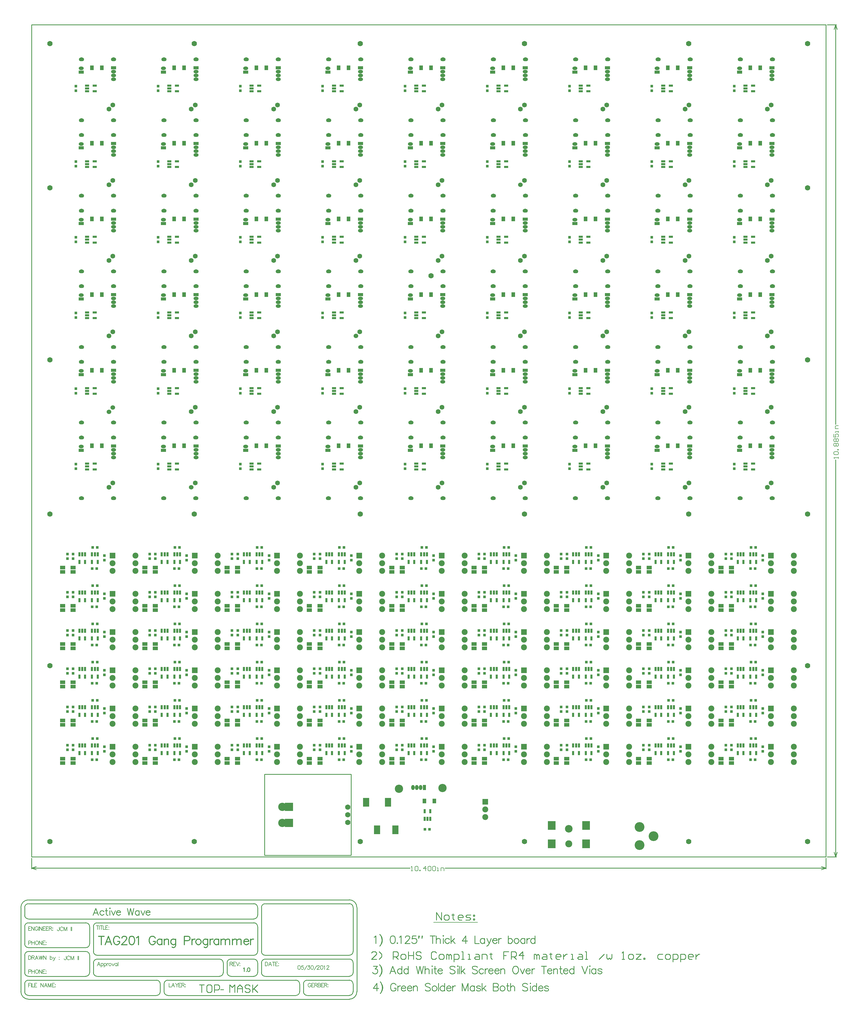
<source format=gts>
%FSLAX25Y25*%
%MOIN*%
G70*
G01*
G75*
G04 Layer_Color=8388736*
%ADD10R,0.05906X0.03937*%
%ADD11R,0.09449X0.11024*%
%ADD12R,0.10000X0.10000*%
%ADD13R,0.07087X0.11024*%
%ADD14R,0.03000X0.03000*%
%ADD15R,0.04000X0.05500*%
%ADD16R,0.02000X0.05000*%
%ADD17R,0.05000X0.02000*%
%ADD18R,0.03000X0.03000*%
%ADD19C,0.05000*%
%ADD20C,0.02000*%
%ADD21C,0.01000*%
%ADD22C,0.01200*%
%ADD23C,0.00600*%
%ADD24C,0.00800*%
%ADD25C,0.00900*%
%ADD26C,0.00500*%
%ADD27C,0.06200*%
%ADD28C,0.08300*%
%ADD29C,0.09100*%
%ADD30C,0.10000*%
%ADD31C,0.07000*%
%ADD32R,0.07000X0.07000*%
%ADD33R,0.04000X0.06200*%
%ADD34O,0.04000X0.06200*%
%ADD35C,0.05200*%
%ADD36C,0.05500*%
%ADD37R,0.06200X0.04000*%
%ADD38O,0.06200X0.04000*%
%ADD39C,0.12000*%
%ADD40O,0.06000X0.04200*%
%ADD41C,0.05000*%
%ADD42C,0.01800*%
%ADD43C,0.02500*%
%ADD44C,0.01500*%
%ADD45R,0.06706X0.04737*%
%ADD46R,0.10249X0.11824*%
%ADD47R,0.10800X0.10800*%
%ADD48R,0.07887X0.11824*%
%ADD49R,0.03800X0.03800*%
%ADD50R,0.04800X0.06300*%
%ADD51R,0.02800X0.05800*%
%ADD52R,0.05800X0.02800*%
%ADD53R,0.03800X0.03800*%
%ADD54C,0.09900*%
%ADD55C,0.10800*%
%ADD56C,0.07800*%
%ADD57R,0.07800X0.07800*%
%ADD58R,0.04400X0.06600*%
%ADD59O,0.04400X0.06600*%
%ADD60C,0.06000*%
%ADD61C,0.06300*%
%ADD62R,0.06600X0.04400*%
%ADD63O,0.06600X0.04400*%
%ADD64C,0.12800*%
%ADD65O,0.06800X0.05000*%
D21*
X219500Y-167103D02*
X226165D01*
X222832D01*
Y-177100D01*
X234495Y-167103D02*
X231163D01*
X229497Y-168769D01*
Y-175434D01*
X231163Y-177100D01*
X234495D01*
X236161Y-175434D01*
Y-168769D01*
X234495Y-167103D01*
X239493Y-177100D02*
Y-167103D01*
X244492D01*
X246158Y-168769D01*
Y-172102D01*
X244492Y-173768D01*
X239493D01*
X259487Y-177100D02*
Y-167103D01*
X262819Y-170436D01*
X266152Y-167103D01*
Y-177100D01*
X269484D02*
Y-170436D01*
X272816Y-167103D01*
X276148Y-170436D01*
Y-177100D01*
Y-172102D01*
X269484D01*
X286145Y-168769D02*
X284479Y-167103D01*
X281147D01*
X279481Y-168769D01*
Y-170436D01*
X281147Y-172102D01*
X284479D01*
X286145Y-173768D01*
Y-175434D01*
X284479Y-177100D01*
X281147D01*
X279481Y-175434D01*
X289477Y-167103D02*
Y-177100D01*
Y-173768D01*
X296142Y-167103D01*
X291143Y-172102D01*
X296142Y-177100D01*
X1040000Y-15500D02*
Y-1500D01*
X0Y-15500D02*
Y-1500D01*
X541493Y-14500D02*
X1040000D01*
X0D02*
X495307D01*
X1034000Y-12500D02*
X1040000Y-14500D01*
X1034000Y-16500D02*
X1040000Y-14500D01*
X0D02*
X6000Y-16500D01*
X0Y-14500D02*
X6000Y-12500D01*
X1041500Y1088500D02*
X1053700D01*
X1041500Y0D02*
X1053700D01*
X1052700Y565743D02*
Y1088500D01*
Y0D02*
Y519557D01*
X1050700Y1082500D02*
X1052700Y1088500D01*
X1054700Y1082500D01*
X1052700Y0D02*
X1054700Y6000D01*
X1050700D02*
X1052700Y0D01*
X0D02*
X1040000D01*
X0D02*
Y1088500D01*
X418400Y2000D02*
Y108000D01*
X304900Y2000D02*
Y108000D01*
X418400D01*
X304900Y2000D02*
X418400D01*
X247403Y-173625D02*
X251340D01*
X1040000Y0D02*
Y1088500D01*
X0D02*
X1040000D01*
X415947Y-186142D02*
G03*
X425948Y-176142I0J10000D01*
G01*
X415947Y-181142D02*
G03*
X420948Y-176142I0J5000D01*
G01*
X168447Y-166142D02*
G03*
X163447Y-161142I-5000J0D01*
G01*
X163564Y-181142D02*
G03*
X168446Y-176174I84J4800D01*
G01*
X178447Y-161142D02*
G03*
X173448Y-166142I0J-5000D01*
G01*
Y-176142D02*
G03*
X178360Y-181141I5000J0D01*
G01*
X350947Y-166142D02*
G03*
X345948Y-161142I-5000J0D01*
G01*
X346064Y-181142D02*
G03*
X350946Y-176174I84J4800D01*
G01*
X355947Y-176242D02*
G03*
X360933Y-181141I4900J0D01*
G01*
X360947Y-161142D02*
G03*
X355947Y-166142I0J-5000D01*
G01*
X75947Y-91042D02*
G03*
X71048Y-86142I-4900J0D01*
G01*
X71148Y-118642D02*
G03*
X75947Y-113842I0J4800D01*
G01*
Y-128542D02*
G03*
X70876Y-123645I-4900J0D01*
G01*
X80948Y-123742D02*
G03*
X85848Y-128642I4900J0D01*
G01*
X80948Y-151242D02*
G03*
X85848Y-156142I4900J0D01*
G01*
X71048D02*
G03*
X75947Y-151242I0J4900D01*
G01*
X250947Y-138542D02*
G03*
X246047Y-133642I-4900J0D01*
G01*
Y-156142D02*
G03*
X250947Y-151156I0J4900D01*
G01*
X255947Y-151042D02*
G03*
X260959Y-156141I5100J0D01*
G01*
X260748Y-133642D02*
G03*
X255954Y-138693I0J-4800D01*
G01*
X85948Y-133642D02*
G03*
X80948Y-138642I0J-5000D01*
G01*
X85948Y-86142D02*
G03*
X80948Y-91142I0J-5000D01*
G01*
X-9053Y-151142D02*
G03*
X-4140Y-156141I5000J0D01*
G01*
X-4053Y-123642D02*
G03*
X-9053Y-128642I0J-5000D01*
G01*
Y-113642D02*
G03*
X-4053Y-118642I5000J0D01*
G01*
Y-86142D02*
G03*
X-9053Y-91142I0J-5000D01*
G01*
Y-76142D02*
G03*
X-4053Y-81142I5000J0D01*
G01*
Y-61142D02*
G03*
X-9053Y-66142I0J-5000D01*
G01*
X295948Y-66142D02*
G03*
X290948Y-61142I-5000J0D01*
G01*
X305947Y-61142D02*
G03*
X300947Y-66142I0J-5000D01*
G01*
X290948Y-81142D02*
G03*
X295948Y-76142I0J5000D01*
G01*
Y-91142D02*
G03*
X290948Y-86142I-5000J0D01*
G01*
X-4053Y-161142D02*
G03*
X-9053Y-166142I0J-5000D01*
G01*
X291035Y-128642D02*
G03*
X295949Y-123642I-87J5000D01*
G01*
X-9053Y-176142D02*
G03*
X-4140Y-181141I5000J0D01*
G01*
X295948Y-138542D02*
G03*
X291048Y-133642I-4900J0D01*
G01*
X300947Y-151242D02*
G03*
X305933Y-156141I4900J0D01*
G01*
X290948Y-156142D02*
G03*
X295948Y-151142I0J5000D01*
G01*
X420948Y-166054D02*
G03*
X415947Y-161141I-5000J-87D01*
G01*
X416014Y-156068D02*
G03*
X421014Y-151068I0J5000D01*
G01*
X420946Y-65984D02*
G03*
X415875Y-61087I-4900J0D01*
G01*
X425946Y-66084D02*
G03*
X415946Y-56084I-10000J0D01*
G01*
X-14052Y-176042D02*
G03*
X-4129Y-186140I10100J0D01*
G01*
X-4053Y-56142D02*
G03*
X-14052Y-66142I0J-10000D01*
G01*
X300947Y-123642D02*
G03*
X305947Y-128642I5000J0D01*
G01*
X416014Y-128568D02*
G03*
X421014Y-123568I0J5000D01*
G01*
X305947Y-133642D02*
G03*
X300947Y-138642I0J-5000D01*
G01*
X421014Y-138468D02*
G03*
X416114Y-133568I-4900J0D01*
G01*
X420948Y-176142D02*
Y-166142D01*
X-4053Y-56142D02*
X415947D01*
X421014Y-151068D02*
Y-138468D01*
X300947Y-151142D02*
Y-138642D01*
X420948Y-123642D02*
Y-66142D01*
X300947Y-123642D02*
Y-66142D01*
X-14052Y-176142D02*
Y-66142D01*
X-9053Y-176142D02*
Y-166142D01*
X295948Y-151142D02*
Y-138642D01*
X255947Y-151142D02*
Y-138642D01*
X80948Y-151142D02*
Y-138642D01*
X250947Y-151142D02*
Y-138642D01*
X80948Y-123642D02*
Y-91142D01*
X295948Y-123642D02*
Y-91142D01*
Y-76142D02*
Y-66142D01*
X-9053Y-76142D02*
Y-66142D01*
X75947Y-113642D02*
Y-91142D01*
X-9053Y-113642D02*
Y-91142D01*
X75947Y-151142D02*
Y-128642D01*
X-9053Y-151142D02*
Y-128642D01*
X425948Y-176142D02*
Y-66142D01*
X355947Y-176142D02*
Y-166142D01*
X350947Y-176142D02*
Y-166142D01*
X173448Y-176142D02*
Y-166142D01*
X168447Y-176142D02*
Y-166142D01*
X305947Y-133642D02*
X415947D01*
X305947Y-128642D02*
X415947D01*
X85948D02*
X290948D01*
X305947Y-61142D02*
X415947D01*
X305947Y-156142D02*
X415947D01*
X260947Y-133642D02*
X290948D01*
X260947Y-156142D02*
X290948D01*
X85948D02*
X245948D01*
X85948Y-133642D02*
X245948D01*
X85948Y-86142D02*
X290948D01*
X-4053Y-81142D02*
X290948D01*
X-4053Y-86142D02*
X70947D01*
X-4053Y-118642D02*
X70947D01*
X-4053Y-123642D02*
X70947D01*
X-4053Y-156142D02*
X70947D01*
X-4053Y-186142D02*
X415947D01*
X-4053Y-61142D02*
X290948D01*
X360947Y-161142D02*
X415947D01*
X360947Y-181142D02*
X415947D01*
X178447Y-161142D02*
X345948D01*
X-4053D02*
X163447D01*
X-4053Y-181142D02*
X163447D01*
X178447Y-181142D02*
X345948D01*
X451529Y-133869D02*
X444865D01*
X451529Y-127205D01*
Y-125539D01*
X449863Y-123872D01*
X446531D01*
X444865Y-125539D01*
X454861Y-133869D02*
X458194Y-130537D01*
Y-127205D01*
X454861Y-123872D01*
X473189Y-133869D02*
Y-123872D01*
X478187D01*
X479853Y-125539D01*
Y-128871D01*
X478187Y-130537D01*
X473189D01*
X476521D02*
X479853Y-133869D01*
X484852D02*
X488184D01*
X489850Y-132203D01*
Y-128871D01*
X488184Y-127205D01*
X484852D01*
X483185Y-128871D01*
Y-132203D01*
X484852Y-133869D01*
X493182Y-123872D02*
Y-133869D01*
Y-128871D01*
X499847D01*
Y-123872D01*
Y-133869D01*
X509844Y-125539D02*
X508177Y-123872D01*
X504845D01*
X503179Y-125539D01*
Y-127205D01*
X504845Y-128871D01*
X508177D01*
X509844Y-130537D01*
Y-132203D01*
X508177Y-133869D01*
X504845D01*
X503179Y-132203D01*
X529837Y-125539D02*
X528171Y-123872D01*
X524839D01*
X523173Y-125539D01*
Y-132203D01*
X524839Y-133869D01*
X528171D01*
X529837Y-132203D01*
X534835Y-133869D02*
X538168D01*
X539834Y-132203D01*
Y-128871D01*
X538168Y-127205D01*
X534835D01*
X533169Y-128871D01*
Y-132203D01*
X534835Y-133869D01*
X543166D02*
Y-127205D01*
X544832D01*
X546498Y-128871D01*
Y-133869D01*
Y-128871D01*
X548165Y-127205D01*
X549831Y-128871D01*
Y-133869D01*
X553163Y-137201D02*
Y-127205D01*
X558161D01*
X559827Y-128871D01*
Y-132203D01*
X558161Y-133869D01*
X553163D01*
X563160D02*
X566492D01*
X564826D01*
Y-123872D01*
X563160D01*
X571490Y-133869D02*
X574823D01*
X573156D01*
Y-127205D01*
X571490D01*
X581487D02*
X584819D01*
X586485Y-128871D01*
Y-133869D01*
X581487D01*
X579821Y-132203D01*
X581487Y-130537D01*
X586485D01*
X589818Y-133869D02*
Y-127205D01*
X594816D01*
X596482Y-128871D01*
Y-133869D01*
X601481Y-125539D02*
Y-127205D01*
X599815D01*
X603147D01*
X601481D01*
Y-132203D01*
X603147Y-133869D01*
X624806Y-123872D02*
X618142D01*
Y-128871D01*
X621474D01*
X618142D01*
Y-133869D01*
X628139D02*
Y-123872D01*
X633137D01*
X634803Y-125539D01*
Y-128871D01*
X633137Y-130537D01*
X628139D01*
X631471D02*
X634803Y-133869D01*
X643134D02*
Y-123872D01*
X638135Y-128871D01*
X644800D01*
X658129Y-133869D02*
Y-127205D01*
X659795D01*
X661461Y-128871D01*
Y-133869D01*
Y-128871D01*
X663127Y-127205D01*
X664793Y-128871D01*
Y-133869D01*
X669792Y-127205D02*
X673124D01*
X674790Y-128871D01*
Y-133869D01*
X669792D01*
X668126Y-132203D01*
X669792Y-130537D01*
X674790D01*
X679789Y-125539D02*
Y-127205D01*
X678123D01*
X681455D01*
X679789D01*
Y-132203D01*
X681455Y-133869D01*
X691452D02*
X688119D01*
X686453Y-132203D01*
Y-128871D01*
X688119Y-127205D01*
X691452D01*
X693118Y-128871D01*
Y-130537D01*
X686453D01*
X696450Y-127205D02*
Y-133869D01*
Y-130537D01*
X698116Y-128871D01*
X699782Y-127205D01*
X701448D01*
X706447Y-133869D02*
X709779D01*
X708113D01*
Y-127205D01*
X706447D01*
X716443D02*
X719776D01*
X721442Y-128871D01*
Y-133869D01*
X716443D01*
X714777Y-132203D01*
X716443Y-130537D01*
X721442D01*
X724774Y-133869D02*
X728106D01*
X726440D01*
Y-123872D01*
X724774D01*
X743102Y-133869D02*
X749766Y-127205D01*
X753098D02*
Y-132203D01*
X754764Y-133869D01*
X756431Y-132203D01*
X758097Y-133869D01*
X759763Y-132203D01*
Y-127205D01*
X773092Y-133869D02*
X776424D01*
X774758D01*
Y-123872D01*
X773092Y-125539D01*
X783089Y-133869D02*
X786421D01*
X788087Y-132203D01*
Y-128871D01*
X786421Y-127205D01*
X783089D01*
X781423Y-128871D01*
Y-132203D01*
X783089Y-133869D01*
X791419Y-127205D02*
X798084D01*
X791419Y-133869D01*
X798084D01*
X801416D02*
Y-132203D01*
X803082D01*
Y-133869D01*
X801416D01*
X826408Y-127205D02*
X821410D01*
X819743Y-128871D01*
Y-132203D01*
X821410Y-133869D01*
X826408D01*
X831406D02*
X834739D01*
X836405Y-132203D01*
Y-128871D01*
X834739Y-127205D01*
X831406D01*
X829740Y-128871D01*
Y-132203D01*
X831406Y-133869D01*
X839737Y-137201D02*
Y-127205D01*
X844735D01*
X846402Y-128871D01*
Y-132203D01*
X844735Y-133869D01*
X839737D01*
X849734Y-137201D02*
Y-127205D01*
X854732D01*
X856398Y-128871D01*
Y-132203D01*
X854732Y-133869D01*
X849734D01*
X864729D02*
X861397D01*
X859731Y-132203D01*
Y-128871D01*
X861397Y-127205D01*
X864729D01*
X866395Y-128871D01*
Y-130537D01*
X859731D01*
X869727Y-127205D02*
Y-133869D01*
Y-130537D01*
X871393Y-128871D01*
X873059Y-127205D01*
X874726D01*
X447418Y-142729D02*
X452655D01*
X449799Y-146538D01*
X451227D01*
X452179Y-147014D01*
X452655Y-147490D01*
X453131Y-148918D01*
Y-149870D01*
X452655Y-151298D01*
X451703Y-152251D01*
X450275Y-152727D01*
X448847D01*
X447418Y-152251D01*
X446942Y-151775D01*
X446466Y-150822D01*
X455369Y-140825D02*
X456321Y-141777D01*
X457273Y-143205D01*
X458225Y-145109D01*
X458702Y-147490D01*
Y-149394D01*
X458225Y-151775D01*
X457273Y-153679D01*
X456321Y-155107D01*
X455369Y-156059D01*
X456321Y-141777D02*
X457273Y-143681D01*
X457749Y-145109D01*
X458225Y-147490D01*
Y-149394D01*
X457749Y-151775D01*
X457273Y-153203D01*
X456321Y-155107D01*
X476603Y-152727D02*
X472794Y-142729D01*
X468985Y-152727D01*
X470413Y-149394D02*
X475174D01*
X484648Y-142729D02*
Y-152727D01*
Y-147490D02*
X483696Y-146538D01*
X482744Y-146062D01*
X481316D01*
X480364Y-146538D01*
X479412Y-147490D01*
X478935Y-148918D01*
Y-149870D01*
X479412Y-151298D01*
X480364Y-152251D01*
X481316Y-152727D01*
X482744D01*
X483696Y-152251D01*
X484648Y-151298D01*
X493028Y-142729D02*
Y-152727D01*
Y-147490D02*
X492075Y-146538D01*
X491123Y-146062D01*
X489695D01*
X488743Y-146538D01*
X487791Y-147490D01*
X487315Y-148918D01*
Y-149870D01*
X487791Y-151298D01*
X488743Y-152251D01*
X489695Y-152727D01*
X491123D01*
X492075Y-152251D01*
X493028Y-151298D01*
X503549Y-142729D02*
X505930Y-152727D01*
X508310Y-142729D02*
X505930Y-152727D01*
X508310Y-142729D02*
X510690Y-152727D01*
X513071Y-142729D02*
X510690Y-152727D01*
X515070Y-142729D02*
Y-152727D01*
Y-147966D02*
X516499Y-146538D01*
X517451Y-146062D01*
X518879D01*
X519831Y-146538D01*
X520307Y-147966D01*
Y-152727D01*
X523878Y-142729D02*
X524354Y-143205D01*
X524830Y-142729D01*
X524354Y-142253D01*
X523878Y-142729D01*
X524354Y-146062D02*
Y-152727D01*
X528020Y-142729D02*
Y-150822D01*
X528496Y-152251D01*
X529448Y-152727D01*
X530401D01*
X526592Y-146062D02*
X529924D01*
X531829Y-148918D02*
X537542D01*
Y-147966D01*
X537066Y-147014D01*
X536590Y-146538D01*
X535638Y-146062D01*
X534209D01*
X533257Y-146538D01*
X532305Y-147490D01*
X531829Y-148918D01*
Y-149870D01*
X532305Y-151298D01*
X533257Y-152251D01*
X534209Y-152727D01*
X535638D01*
X536590Y-152251D01*
X537542Y-151298D01*
X554205Y-144157D02*
X553253Y-143205D01*
X551825Y-142729D01*
X549920D01*
X548492Y-143205D01*
X547540Y-144157D01*
Y-145109D01*
X548016Y-146062D01*
X548492Y-146538D01*
X549444Y-147014D01*
X552301Y-147966D01*
X553253Y-148442D01*
X553729Y-148918D01*
X554205Y-149870D01*
Y-151298D01*
X553253Y-152251D01*
X551825Y-152727D01*
X549920D01*
X548492Y-152251D01*
X547540Y-151298D01*
X557395Y-142729D02*
X557871Y-143205D01*
X558347Y-142729D01*
X557871Y-142253D01*
X557395Y-142729D01*
X557871Y-146062D02*
Y-152727D01*
X560108Y-142729D02*
Y-152727D01*
X562203Y-142729D02*
Y-152727D01*
X566964Y-146062D02*
X562203Y-150822D01*
X564108Y-148918D02*
X567440Y-152727D01*
X583532Y-144157D02*
X582580Y-143205D01*
X581152Y-142729D01*
X579247D01*
X577819Y-143205D01*
X576867Y-144157D01*
Y-145109D01*
X577343Y-146062D01*
X577819Y-146538D01*
X578771Y-147014D01*
X581628Y-147966D01*
X582580Y-148442D01*
X583056Y-148918D01*
X583532Y-149870D01*
Y-151298D01*
X582580Y-152251D01*
X581152Y-152727D01*
X579247D01*
X577819Y-152251D01*
X576867Y-151298D01*
X591483Y-147490D02*
X590530Y-146538D01*
X589578Y-146062D01*
X588150D01*
X587198Y-146538D01*
X586246Y-147490D01*
X585770Y-148918D01*
Y-149870D01*
X586246Y-151298D01*
X587198Y-152251D01*
X588150Y-152727D01*
X589578D01*
X590530Y-152251D01*
X591483Y-151298D01*
X593625Y-146062D02*
Y-152727D01*
Y-148918D02*
X594101Y-147490D01*
X595053Y-146538D01*
X596005Y-146062D01*
X597434D01*
X598338Y-148918D02*
X604051D01*
Y-147966D01*
X603575Y-147014D01*
X603099Y-146538D01*
X602147Y-146062D01*
X600719D01*
X599767Y-146538D01*
X598814Y-147490D01*
X598338Y-148918D01*
Y-149870D01*
X598814Y-151298D01*
X599767Y-152251D01*
X600719Y-152727D01*
X602147D01*
X603099Y-152251D01*
X604051Y-151298D01*
X606194Y-148918D02*
X611907D01*
Y-147966D01*
X611431Y-147014D01*
X610955Y-146538D01*
X610003Y-146062D01*
X608574D01*
X607622Y-146538D01*
X606670Y-147490D01*
X606194Y-148918D01*
Y-149870D01*
X606670Y-151298D01*
X607622Y-152251D01*
X608574Y-152727D01*
X610003D01*
X610955Y-152251D01*
X611907Y-151298D01*
X614049Y-146062D02*
Y-152727D01*
Y-147966D02*
X615478Y-146538D01*
X616430Y-146062D01*
X617858D01*
X618810Y-146538D01*
X619286Y-147966D01*
Y-152727D01*
X632617Y-142729D02*
X631665Y-143205D01*
X630712Y-144157D01*
X630236Y-145109D01*
X629760Y-146538D01*
Y-148918D01*
X630236Y-150346D01*
X630712Y-151298D01*
X631665Y-152251D01*
X632617Y-152727D01*
X634521D01*
X635473Y-152251D01*
X636425Y-151298D01*
X636902Y-150346D01*
X637378Y-148918D01*
Y-146538D01*
X636902Y-145109D01*
X636425Y-144157D01*
X635473Y-143205D01*
X634521Y-142729D01*
X632617D01*
X639711Y-146062D02*
X642567Y-152727D01*
X645424Y-146062D02*
X642567Y-152727D01*
X647042Y-148918D02*
X652755D01*
Y-147966D01*
X652279Y-147014D01*
X651803Y-146538D01*
X650851Y-146062D01*
X649423D01*
X648470Y-146538D01*
X647518Y-147490D01*
X647042Y-148918D01*
Y-149870D01*
X647518Y-151298D01*
X648470Y-152251D01*
X649423Y-152727D01*
X650851D01*
X651803Y-152251D01*
X652755Y-151298D01*
X654898Y-146062D02*
Y-152727D01*
Y-148918D02*
X655374Y-147490D01*
X656326Y-146538D01*
X657278Y-146062D01*
X658706D01*
X670799Y-142729D02*
Y-152727D01*
X667466Y-142729D02*
X674132D01*
X675322Y-148918D02*
X681035D01*
Y-147966D01*
X680559Y-147014D01*
X680083Y-146538D01*
X679131Y-146062D01*
X677702D01*
X676750Y-146538D01*
X675798Y-147490D01*
X675322Y-148918D01*
Y-149870D01*
X675798Y-151298D01*
X676750Y-152251D01*
X677702Y-152727D01*
X679131D01*
X680083Y-152251D01*
X681035Y-151298D01*
X683177Y-146062D02*
Y-152727D01*
Y-147966D02*
X684606Y-146538D01*
X685558Y-146062D01*
X686986D01*
X687938Y-146538D01*
X688414Y-147966D01*
Y-152727D01*
X692461Y-142729D02*
Y-150822D01*
X692937Y-152251D01*
X693889Y-152727D01*
X694841D01*
X691033Y-146062D02*
X694365D01*
X696270Y-148918D02*
X701983D01*
Y-147966D01*
X701507Y-147014D01*
X701031Y-146538D01*
X700078Y-146062D01*
X698650D01*
X697698Y-146538D01*
X696746Y-147490D01*
X696270Y-148918D01*
Y-149870D01*
X696746Y-151298D01*
X697698Y-152251D01*
X698650Y-152727D01*
X700078D01*
X701031Y-152251D01*
X701983Y-151298D01*
X709838Y-142729D02*
Y-152727D01*
Y-147490D02*
X708886Y-146538D01*
X707934Y-146062D01*
X706506D01*
X705553Y-146538D01*
X704601Y-147490D01*
X704125Y-148918D01*
Y-149870D01*
X704601Y-151298D01*
X705553Y-152251D01*
X706506Y-152727D01*
X707934D01*
X708886Y-152251D01*
X709838Y-151298D01*
X720360Y-142729D02*
X724168Y-152727D01*
X727977Y-142729D02*
X724168Y-152727D01*
X730215Y-142729D02*
X730691Y-143205D01*
X731167Y-142729D01*
X730691Y-142253D01*
X730215Y-142729D01*
X730691Y-146062D02*
Y-152727D01*
X738642Y-146062D02*
Y-152727D01*
Y-147490D02*
X737689Y-146538D01*
X736737Y-146062D01*
X735309D01*
X734357Y-146538D01*
X733405Y-147490D01*
X732929Y-148918D01*
Y-149870D01*
X733405Y-151298D01*
X734357Y-152251D01*
X735309Y-152727D01*
X736737D01*
X737689Y-152251D01*
X738642Y-151298D01*
X746545Y-147490D02*
X746069Y-146538D01*
X744640Y-146062D01*
X743212D01*
X741784Y-146538D01*
X741308Y-147490D01*
X741784Y-148442D01*
X742736Y-148918D01*
X745116Y-149394D01*
X746069Y-149870D01*
X746545Y-150822D01*
Y-151298D01*
X746069Y-152251D01*
X744640Y-152727D01*
X743212D01*
X741784Y-152251D01*
X741308Y-151298D01*
X448438Y-104969D02*
X449391Y-104492D01*
X450819Y-103064D01*
Y-113062D01*
X455770Y-101160D02*
X456722Y-102112D01*
X457675Y-103540D01*
X458627Y-105445D01*
X459103Y-107825D01*
Y-109730D01*
X458627Y-112110D01*
X457675Y-114014D01*
X456722Y-115443D01*
X455770Y-116395D01*
X456722Y-102112D02*
X457675Y-104016D01*
X458151Y-105445D01*
X458627Y-107825D01*
Y-109730D01*
X458151Y-112110D01*
X457675Y-113538D01*
X456722Y-115443D01*
X472243Y-103064D02*
X470815Y-103540D01*
X469862Y-104969D01*
X469386Y-107349D01*
Y-108777D01*
X469862Y-111158D01*
X470815Y-112586D01*
X472243Y-113062D01*
X473195D01*
X474623Y-112586D01*
X475575Y-111158D01*
X476052Y-108777D01*
Y-107349D01*
X475575Y-104969D01*
X474623Y-103540D01*
X473195Y-103064D01*
X472243D01*
X478765Y-112110D02*
X478289Y-112586D01*
X478765Y-113062D01*
X479241Y-112586D01*
X478765Y-112110D01*
X481431Y-104969D02*
X482383Y-104492D01*
X483812Y-103064D01*
Y-113062D01*
X489239Y-105445D02*
Y-104969D01*
X489715Y-104016D01*
X490191Y-103540D01*
X491144Y-103064D01*
X493048D01*
X494000Y-103540D01*
X494476Y-104016D01*
X494952Y-104969D01*
Y-105921D01*
X494476Y-106873D01*
X493524Y-108301D01*
X488763Y-113062D01*
X495428D01*
X503379Y-103064D02*
X498618D01*
X498142Y-107349D01*
X498618Y-106873D01*
X500046Y-106397D01*
X501475D01*
X502903Y-106873D01*
X503855Y-107825D01*
X504331Y-109253D01*
Y-110205D01*
X503855Y-111634D01*
X502903Y-112586D01*
X501475Y-113062D01*
X500046D01*
X498618Y-112586D01*
X498142Y-112110D01*
X497666Y-111158D01*
X507045Y-103064D02*
X506569Y-103540D01*
Y-106397D01*
X507045Y-103540D02*
X506569Y-106397D01*
X507045Y-103064D02*
X507521Y-103540D01*
X506569Y-106397D01*
X511330Y-103064D02*
X510853Y-103540D01*
Y-106397D01*
X511330Y-103540D02*
X510853Y-106397D01*
X511330Y-103064D02*
X511806Y-103540D01*
X510853Y-106397D01*
X525089Y-103064D02*
Y-113062D01*
X521756Y-103064D02*
X528421D01*
X529611D02*
Y-113062D01*
Y-108301D02*
X531040Y-106873D01*
X531992Y-106397D01*
X533420D01*
X534372Y-106873D01*
X534848Y-108301D01*
Y-113062D01*
X538419Y-103064D02*
X538895Y-103540D01*
X539371Y-103064D01*
X538895Y-102588D01*
X538419Y-103064D01*
X538895Y-106397D02*
Y-113062D01*
X546846Y-107825D02*
X545894Y-106873D01*
X544942Y-106397D01*
X543513D01*
X542561Y-106873D01*
X541609Y-107825D01*
X541133Y-109253D01*
Y-110205D01*
X541609Y-111634D01*
X542561Y-112586D01*
X543513Y-113062D01*
X544942D01*
X545894Y-112586D01*
X546846Y-111634D01*
X548988Y-103064D02*
Y-113062D01*
X553749Y-106397D02*
X548988Y-111158D01*
X550893Y-109253D02*
X554225Y-113062D01*
X568413Y-103064D02*
X563652Y-109730D01*
X570793D01*
X568413Y-103064D02*
Y-113062D01*
X580410Y-103064D02*
Y-113062D01*
X586123D01*
X592931Y-106397D02*
Y-113062D01*
Y-107825D02*
X591979Y-106873D01*
X591027Y-106397D01*
X589599D01*
X588646Y-106873D01*
X587694Y-107825D01*
X587218Y-109253D01*
Y-110205D01*
X587694Y-111634D01*
X588646Y-112586D01*
X589599Y-113062D01*
X591027D01*
X591979Y-112586D01*
X592931Y-111634D01*
X596073Y-106397D02*
X598930Y-113062D01*
X601786Y-106397D02*
X598930Y-113062D01*
X597978Y-114966D01*
X597026Y-115919D01*
X596073Y-116395D01*
X595597D01*
X603453Y-109253D02*
X609166D01*
Y-108301D01*
X608690Y-107349D01*
X608214Y-106873D01*
X607261Y-106397D01*
X605833D01*
X604881Y-106873D01*
X603929Y-107825D01*
X603453Y-109253D01*
Y-110205D01*
X603929Y-111634D01*
X604881Y-112586D01*
X605833Y-113062D01*
X607261D01*
X608214Y-112586D01*
X609166Y-111634D01*
X611308Y-106397D02*
Y-113062D01*
Y-109253D02*
X611784Y-107825D01*
X612737Y-106873D01*
X613689Y-106397D01*
X615117D01*
X623877Y-103064D02*
Y-113062D01*
Y-107825D02*
X624829Y-106873D01*
X625781Y-106397D01*
X627210D01*
X628162Y-106873D01*
X629114Y-107825D01*
X629590Y-109253D01*
Y-110205D01*
X629114Y-111634D01*
X628162Y-112586D01*
X627210Y-113062D01*
X625781D01*
X624829Y-112586D01*
X623877Y-111634D01*
X634113Y-106397D02*
X633161Y-106873D01*
X632208Y-107825D01*
X631732Y-109253D01*
Y-110205D01*
X632208Y-111634D01*
X633161Y-112586D01*
X634113Y-113062D01*
X635541D01*
X636493Y-112586D01*
X637445Y-111634D01*
X637922Y-110205D01*
Y-109253D01*
X637445Y-107825D01*
X636493Y-106873D01*
X635541Y-106397D01*
X634113D01*
X645825D02*
Y-113062D01*
Y-107825D02*
X644872Y-106873D01*
X643920Y-106397D01*
X642492D01*
X641540Y-106873D01*
X640588Y-107825D01*
X640112Y-109253D01*
Y-110205D01*
X640588Y-111634D01*
X641540Y-112586D01*
X642492Y-113062D01*
X643920D01*
X644872Y-112586D01*
X645825Y-111634D01*
X648491Y-106397D02*
Y-113062D01*
Y-109253D02*
X648967Y-107825D01*
X649919Y-106873D01*
X650871Y-106397D01*
X652299D01*
X658917Y-103064D02*
Y-113062D01*
Y-107825D02*
X657965Y-106873D01*
X657013Y-106397D01*
X655584D01*
X654632Y-106873D01*
X653680Y-107825D01*
X653204Y-109253D01*
Y-110205D01*
X653680Y-111634D01*
X654632Y-112586D01*
X655584Y-113062D01*
X657013D01*
X657965Y-112586D01*
X658917Y-111634D01*
X529940Y-82553D02*
Y-72556D01*
X536604Y-82553D01*
Y-72556D01*
X541603Y-82553D02*
X544935D01*
X546601Y-80887D01*
Y-77555D01*
X544935Y-75888D01*
X541603D01*
X539937Y-77555D01*
Y-80887D01*
X541603Y-82553D01*
X551600Y-74222D02*
Y-75888D01*
X549933D01*
X553266D01*
X551600D01*
Y-80887D01*
X553266Y-82553D01*
X563262D02*
X559930D01*
X558264Y-80887D01*
Y-77555D01*
X559930Y-75888D01*
X563262D01*
X564929Y-77555D01*
Y-79221D01*
X558264D01*
X568261Y-82553D02*
X573259D01*
X574925Y-80887D01*
X573259Y-79221D01*
X569927D01*
X568261Y-77555D01*
X569927Y-75888D01*
X574925D01*
X578258D02*
X579924D01*
Y-77555D01*
X578258D01*
Y-75888D01*
Y-80887D02*
X579924D01*
Y-82553D01*
X578258D01*
Y-80887D01*
X452093Y-165255D02*
X447332Y-171920D01*
X454474D01*
X452093Y-165255D02*
Y-175253D01*
X456235Y-163350D02*
X457187Y-164303D01*
X458140Y-165731D01*
X459092Y-167635D01*
X459568Y-170016D01*
Y-171920D01*
X459092Y-174301D01*
X458140Y-176205D01*
X457187Y-177633D01*
X456235Y-178585D01*
X457187Y-164303D02*
X458140Y-166207D01*
X458616Y-167635D01*
X459092Y-170016D01*
Y-171920D01*
X458616Y-174301D01*
X458140Y-175729D01*
X457187Y-177633D01*
X476993Y-167635D02*
X476516Y-166683D01*
X475564Y-165731D01*
X474612Y-165255D01*
X472708D01*
X471756Y-165731D01*
X470803Y-166683D01*
X470327Y-167635D01*
X469851Y-169064D01*
Y-171444D01*
X470327Y-172872D01*
X470803Y-173825D01*
X471756Y-174777D01*
X472708Y-175253D01*
X474612D01*
X475564Y-174777D01*
X476516Y-173825D01*
X476993Y-172872D01*
Y-171444D01*
X474612D02*
X476993D01*
X479278Y-168588D02*
Y-175253D01*
Y-171444D02*
X479754Y-170016D01*
X480706Y-169064D01*
X481658Y-168588D01*
X483086D01*
X483991Y-171444D02*
X489704D01*
Y-170492D01*
X489228Y-169540D01*
X488752Y-169064D01*
X487800Y-168588D01*
X486372D01*
X485419Y-169064D01*
X484467Y-170016D01*
X483991Y-171444D01*
Y-172396D01*
X484467Y-173825D01*
X485419Y-174777D01*
X486372Y-175253D01*
X487800D01*
X488752Y-174777D01*
X489704Y-173825D01*
X491847Y-171444D02*
X497560D01*
Y-170492D01*
X497084Y-169540D01*
X496607Y-169064D01*
X495655Y-168588D01*
X494227D01*
X493275Y-169064D01*
X492323Y-170016D01*
X491847Y-171444D01*
Y-172396D01*
X492323Y-173825D01*
X493275Y-174777D01*
X494227Y-175253D01*
X495655D01*
X496607Y-174777D01*
X497560Y-173825D01*
X499702Y-168588D02*
Y-175253D01*
Y-170492D02*
X501130Y-169064D01*
X502082Y-168588D01*
X503511D01*
X504463Y-169064D01*
X504939Y-170492D01*
Y-175253D01*
X522078Y-166683D02*
X521126Y-165731D01*
X519698Y-165255D01*
X517793D01*
X516365Y-165731D01*
X515413Y-166683D01*
Y-167635D01*
X515889Y-168588D01*
X516365Y-169064D01*
X517317Y-169540D01*
X520174Y-170492D01*
X521126Y-170968D01*
X521602Y-171444D01*
X522078Y-172396D01*
Y-173825D01*
X521126Y-174777D01*
X519698Y-175253D01*
X517793D01*
X516365Y-174777D01*
X515413Y-173825D01*
X526696Y-168588D02*
X525744Y-169064D01*
X524792Y-170016D01*
X524316Y-171444D01*
Y-172396D01*
X524792Y-173825D01*
X525744Y-174777D01*
X526696Y-175253D01*
X528125D01*
X529077Y-174777D01*
X530029Y-173825D01*
X530505Y-172396D01*
Y-171444D01*
X530029Y-170016D01*
X529077Y-169064D01*
X528125Y-168588D01*
X526696D01*
X532695Y-165255D02*
Y-175253D01*
X540503Y-165255D02*
Y-175253D01*
Y-170016D02*
X539551Y-169064D01*
X538598Y-168588D01*
X537170D01*
X536218Y-169064D01*
X535266Y-170016D01*
X534790Y-171444D01*
Y-172396D01*
X535266Y-173825D01*
X536218Y-174777D01*
X537170Y-175253D01*
X538598D01*
X539551Y-174777D01*
X540503Y-173825D01*
X543169Y-171444D02*
X548882D01*
Y-170492D01*
X548406Y-169540D01*
X547930Y-169064D01*
X546978Y-168588D01*
X545549D01*
X544597Y-169064D01*
X543645Y-170016D01*
X543169Y-171444D01*
Y-172396D01*
X543645Y-173825D01*
X544597Y-174777D01*
X545549Y-175253D01*
X546978D01*
X547930Y-174777D01*
X548882Y-173825D01*
X551024Y-168588D02*
Y-175253D01*
Y-171444D02*
X551501Y-170016D01*
X552453Y-169064D01*
X553405Y-168588D01*
X554833D01*
X563593Y-165255D02*
Y-175253D01*
Y-165255D02*
X567402Y-175253D01*
X571210Y-165255D02*
X567402Y-175253D01*
X571210Y-165255D02*
Y-175253D01*
X579780Y-168588D02*
Y-175253D01*
Y-170016D02*
X578828Y-169064D01*
X577876Y-168588D01*
X576447D01*
X575495Y-169064D01*
X574543Y-170016D01*
X574067Y-171444D01*
Y-172396D01*
X574543Y-173825D01*
X575495Y-174777D01*
X576447Y-175253D01*
X577876D01*
X578828Y-174777D01*
X579780Y-173825D01*
X587683Y-170016D02*
X587207Y-169064D01*
X585779Y-168588D01*
X584351D01*
X582922Y-169064D01*
X582446Y-170016D01*
X582922Y-170968D01*
X583875Y-171444D01*
X586255Y-171920D01*
X587207Y-172396D01*
X587683Y-173348D01*
Y-173825D01*
X587207Y-174777D01*
X585779Y-175253D01*
X584351D01*
X582922Y-174777D01*
X582446Y-173825D01*
X589778Y-165255D02*
Y-175253D01*
X594539Y-168588D02*
X589778Y-173348D01*
X591682Y-171444D02*
X595015Y-175253D01*
X604441Y-165255D02*
Y-175253D01*
Y-165255D02*
X608726D01*
X610155Y-165731D01*
X610631Y-166207D01*
X611107Y-167159D01*
Y-168111D01*
X610631Y-169064D01*
X610155Y-169540D01*
X608726Y-170016D01*
X604441D02*
X608726D01*
X610155Y-170492D01*
X610631Y-170968D01*
X611107Y-171920D01*
Y-173348D01*
X610631Y-174301D01*
X610155Y-174777D01*
X608726Y-175253D01*
X604441D01*
X615725Y-168588D02*
X614773Y-169064D01*
X613820Y-170016D01*
X613344Y-171444D01*
Y-172396D01*
X613820Y-173825D01*
X614773Y-174777D01*
X615725Y-175253D01*
X617153D01*
X618105Y-174777D01*
X619057Y-173825D01*
X619533Y-172396D01*
Y-171444D01*
X619057Y-170016D01*
X618105Y-169064D01*
X617153Y-168588D01*
X615725D01*
X623152Y-165255D02*
Y-173348D01*
X623628Y-174777D01*
X624580Y-175253D01*
X625532D01*
X621724Y-168588D02*
X625056D01*
X626961Y-165255D02*
Y-175253D01*
Y-170492D02*
X628389Y-169064D01*
X629341Y-168588D01*
X630769D01*
X631721Y-169064D01*
X632198Y-170492D01*
Y-175253D01*
X649337Y-166683D02*
X648385Y-165731D01*
X646956Y-165255D01*
X645052D01*
X643624Y-165731D01*
X642671Y-166683D01*
Y-167635D01*
X643148Y-168588D01*
X643624Y-169064D01*
X644576Y-169540D01*
X647432Y-170492D01*
X648385Y-170968D01*
X648861Y-171444D01*
X649337Y-172396D01*
Y-173825D01*
X648385Y-174777D01*
X646956Y-175253D01*
X645052D01*
X643624Y-174777D01*
X642671Y-173825D01*
X652526Y-165255D02*
X653003Y-165731D01*
X653479Y-165255D01*
X653003Y-164779D01*
X652526Y-165255D01*
X653003Y-168588D02*
Y-175253D01*
X660953Y-165255D02*
Y-175253D01*
Y-170016D02*
X660001Y-169064D01*
X659049Y-168588D01*
X657621D01*
X656668Y-169064D01*
X655716Y-170016D01*
X655240Y-171444D01*
Y-172396D01*
X655716Y-173825D01*
X656668Y-174777D01*
X657621Y-175253D01*
X659049D01*
X660001Y-174777D01*
X660953Y-173825D01*
X663619Y-171444D02*
X669332D01*
Y-170492D01*
X668856Y-169540D01*
X668380Y-169064D01*
X667428Y-168588D01*
X666000D01*
X665048Y-169064D01*
X664095Y-170016D01*
X663619Y-171444D01*
Y-172396D01*
X664095Y-173825D01*
X665048Y-174777D01*
X666000Y-175253D01*
X667428D01*
X668380Y-174777D01*
X669332Y-173825D01*
X676712Y-170016D02*
X676236Y-169064D01*
X674807Y-168588D01*
X673379D01*
X671951Y-169064D01*
X671475Y-170016D01*
X671951Y-170968D01*
X672903Y-171444D01*
X675283Y-171920D01*
X676236Y-172396D01*
X676712Y-173348D01*
Y-173825D01*
X676236Y-174777D01*
X674807Y-175253D01*
X673379D01*
X671951Y-174777D01*
X671475Y-173825D01*
D22*
X91474Y-103730D02*
Y-114728D01*
X87808Y-103730D02*
X95140D01*
X104828Y-114728D02*
X100638Y-103730D01*
X96449Y-114728D01*
X98020Y-111062D02*
X103257D01*
X115250Y-106348D02*
X114726Y-105301D01*
X113679Y-104254D01*
X112631Y-103730D01*
X110536D01*
X109489Y-104254D01*
X108441Y-105301D01*
X107918Y-106348D01*
X107394Y-107920D01*
Y-110538D01*
X107918Y-112109D01*
X108441Y-113156D01*
X109489Y-114204D01*
X110536Y-114728D01*
X112631D01*
X113679Y-114204D01*
X114726Y-113156D01*
X115250Y-112109D01*
Y-110538D01*
X112631D02*
X115250D01*
X118287Y-106348D02*
Y-105825D01*
X118811Y-104777D01*
X119334Y-104254D01*
X120382Y-103730D01*
X122477D01*
X123524Y-104254D01*
X124048Y-104777D01*
X124571Y-105825D01*
Y-106872D01*
X124048Y-107920D01*
X123000Y-109491D01*
X117763Y-114728D01*
X125095D01*
X130699Y-103730D02*
X129128Y-104254D01*
X128080Y-105825D01*
X127557Y-108443D01*
Y-110014D01*
X128080Y-112633D01*
X129128Y-114204D01*
X130699Y-114728D01*
X131746D01*
X133317Y-114204D01*
X134365Y-112633D01*
X134888Y-110014D01*
Y-108443D01*
X134365Y-105825D01*
X133317Y-104254D01*
X131746Y-103730D01*
X130699D01*
X137350Y-105825D02*
X138397Y-105301D01*
X139968Y-103730D01*
Y-114728D01*
X161911Y-106348D02*
X161387Y-105301D01*
X160340Y-104254D01*
X159293Y-103730D01*
X157198D01*
X156150Y-104254D01*
X155103Y-105301D01*
X154579Y-106348D01*
X154056Y-107920D01*
Y-110538D01*
X154579Y-112109D01*
X155103Y-113156D01*
X156150Y-114204D01*
X157198Y-114728D01*
X159293D01*
X160340Y-114204D01*
X161387Y-113156D01*
X161911Y-112109D01*
Y-110538D01*
X159293D02*
X161911D01*
X170709Y-107396D02*
Y-114728D01*
Y-108967D02*
X169662Y-107920D01*
X168614Y-107396D01*
X167043D01*
X165996Y-107920D01*
X164948Y-108967D01*
X164425Y-110538D01*
Y-111585D01*
X164948Y-113156D01*
X165996Y-114204D01*
X167043Y-114728D01*
X168614D01*
X169662Y-114204D01*
X170709Y-113156D01*
X173642Y-107396D02*
Y-114728D01*
Y-109491D02*
X175213Y-107920D01*
X176260Y-107396D01*
X177831D01*
X178879Y-107920D01*
X179402Y-109491D01*
Y-114728D01*
X188567Y-107396D02*
Y-115775D01*
X188044Y-117346D01*
X187520Y-117870D01*
X186472Y-118393D01*
X184901D01*
X183854Y-117870D01*
X188567Y-108967D02*
X187520Y-107920D01*
X186472Y-107396D01*
X184901D01*
X183854Y-107920D01*
X182807Y-108967D01*
X182283Y-110538D01*
Y-111585D01*
X182807Y-113156D01*
X183854Y-114204D01*
X184901Y-114728D01*
X186472D01*
X187520Y-114204D01*
X188567Y-113156D01*
X200141Y-109491D02*
X204854D01*
X206425Y-108967D01*
X206949Y-108443D01*
X207473Y-107396D01*
Y-105825D01*
X206949Y-104777D01*
X206425Y-104254D01*
X204854Y-103730D01*
X200141D01*
Y-114728D01*
X209934Y-107396D02*
Y-114728D01*
Y-110538D02*
X210458Y-108967D01*
X211505Y-107920D01*
X212553Y-107396D01*
X214124D01*
X217737D02*
X216690Y-107920D01*
X215642Y-108967D01*
X215119Y-110538D01*
Y-111585D01*
X215642Y-113156D01*
X216690Y-114204D01*
X217737Y-114728D01*
X219308D01*
X220356Y-114204D01*
X221403Y-113156D01*
X221927Y-111585D01*
Y-110538D01*
X221403Y-108967D01*
X220356Y-107920D01*
X219308Y-107396D01*
X217737D01*
X230620D02*
Y-115775D01*
X230096Y-117346D01*
X229573Y-117870D01*
X228525Y-118393D01*
X226954D01*
X225907Y-117870D01*
X230620Y-108967D02*
X229573Y-107920D01*
X228525Y-107396D01*
X226954D01*
X225907Y-107920D01*
X224859Y-108967D01*
X224336Y-110538D01*
Y-111585D01*
X224859Y-113156D01*
X225907Y-114204D01*
X226954Y-114728D01*
X228525D01*
X229573Y-114204D01*
X230620Y-113156D01*
X233553Y-107396D02*
Y-114728D01*
Y-110538D02*
X234076Y-108967D01*
X235124Y-107920D01*
X236171Y-107396D01*
X237742D01*
X245022D02*
Y-114728D01*
Y-108967D02*
X243974Y-107920D01*
X242927Y-107396D01*
X241356D01*
X240308Y-107920D01*
X239261Y-108967D01*
X238737Y-110538D01*
Y-111585D01*
X239261Y-113156D01*
X240308Y-114204D01*
X241356Y-114728D01*
X242927D01*
X243974Y-114204D01*
X245022Y-113156D01*
X247955Y-107396D02*
Y-114728D01*
Y-109491D02*
X249526Y-107920D01*
X250573Y-107396D01*
X252144D01*
X253191Y-107920D01*
X253715Y-109491D01*
Y-114728D01*
Y-109491D02*
X255286Y-107920D01*
X256334Y-107396D01*
X257905D01*
X258952Y-107920D01*
X259476Y-109491D01*
Y-114728D01*
X262932Y-107396D02*
Y-114728D01*
Y-109491D02*
X264503Y-107920D01*
X265551Y-107396D01*
X267122D01*
X268169Y-107920D01*
X268693Y-109491D01*
Y-114728D01*
Y-109491D02*
X270264Y-107920D01*
X271311Y-107396D01*
X272883D01*
X273930Y-107920D01*
X274454Y-109491D01*
Y-114728D01*
X277910Y-110538D02*
X284194D01*
Y-109491D01*
X283671Y-108443D01*
X283147Y-107920D01*
X282100Y-107396D01*
X280528D01*
X279481Y-107920D01*
X278434Y-108967D01*
X277910Y-110538D01*
Y-111585D01*
X278434Y-113156D01*
X279481Y-114204D01*
X280528Y-114728D01*
X282100D01*
X283147Y-114204D01*
X284194Y-113156D01*
X286551Y-107396D02*
Y-114728D01*
Y-110538D02*
X287075Y-108967D01*
X288122Y-107920D01*
X289170Y-107396D01*
X290741D01*
D23*
X496907Y-18099D02*
X498906D01*
X497907D01*
Y-12101D01*
X496907Y-13101D01*
X501905D02*
X502905Y-12101D01*
X504904D01*
X505904Y-13101D01*
Y-17099D01*
X504904Y-18099D01*
X502905D01*
X501905Y-17099D01*
Y-13101D01*
X507903Y-18099D02*
Y-17099D01*
X508903D01*
Y-18099D01*
X507903D01*
X515901D02*
Y-12101D01*
X512902Y-15100D01*
X516900D01*
X518900Y-13101D02*
X519900Y-12101D01*
X521899D01*
X522898Y-13101D01*
Y-17099D01*
X521899Y-18099D01*
X519900D01*
X518900Y-17099D01*
Y-13101D01*
X524898D02*
X525898Y-12101D01*
X527897D01*
X528897Y-13101D01*
Y-17099D01*
X527897Y-18099D01*
X525898D01*
X524898Y-17099D01*
Y-13101D01*
X530896Y-18099D02*
X532895D01*
X531896D01*
Y-14100D01*
X530896D01*
X535894Y-18099D02*
Y-14100D01*
X538893D01*
X539893Y-15100D01*
Y-18099D01*
X1056299Y521157D02*
Y523156D01*
Y522157D01*
X1050301D01*
X1051301Y521157D01*
Y526155D02*
X1050301Y527155D01*
Y529154D01*
X1051301Y530154D01*
X1055299D01*
X1056299Y529154D01*
Y527155D01*
X1055299Y526155D01*
X1051301D01*
X1056299Y532153D02*
X1055299D01*
Y533153D01*
X1056299D01*
Y532153D01*
X1051301Y537152D02*
X1050301Y538152D01*
Y540151D01*
X1051301Y541151D01*
X1052300D01*
X1053300Y540151D01*
X1054300Y541151D01*
X1055299D01*
X1056299Y540151D01*
Y538152D01*
X1055299Y537152D01*
X1054300D01*
X1053300Y538152D01*
X1052300Y537152D01*
X1051301D01*
X1053300Y538152D02*
Y540151D01*
X1051301Y543150D02*
X1050301Y544149D01*
Y546149D01*
X1051301Y547149D01*
X1052300D01*
X1053300Y546149D01*
X1054300Y547149D01*
X1055299D01*
X1056299Y546149D01*
Y544149D01*
X1055299Y543150D01*
X1054300D01*
X1053300Y544149D01*
X1052300Y543150D01*
X1051301D01*
X1053300Y544149D02*
Y546149D01*
X1050301Y553147D02*
Y549148D01*
X1053300D01*
X1052300Y551147D01*
Y552147D01*
X1053300Y553147D01*
X1055299D01*
X1056299Y552147D01*
Y550148D01*
X1055299Y549148D01*
X1056299Y555146D02*
Y557145D01*
Y556146D01*
X1052300D01*
Y555146D01*
X1056299Y560144D02*
X1052300D01*
Y563143D01*
X1053300Y564143D01*
X1056299D01*
D24*
X36188Y-91629D02*
Y-95437D01*
X35950Y-96152D01*
X35712Y-96390D01*
X35236Y-96628D01*
X34760D01*
X34284Y-96390D01*
X34046Y-96152D01*
X33808Y-95437D01*
Y-94961D01*
X41044Y-92819D02*
X40806Y-92343D01*
X40330Y-91867D01*
X39854Y-91629D01*
X38902D01*
X38426Y-91867D01*
X37950Y-92343D01*
X37712Y-92819D01*
X37474Y-93533D01*
Y-94723D01*
X37712Y-95437D01*
X37950Y-95913D01*
X38426Y-96390D01*
X38902Y-96628D01*
X39854D01*
X40330Y-96390D01*
X40806Y-95913D01*
X41044Y-95437D01*
X42449Y-91629D02*
Y-96628D01*
Y-91629D02*
X44353Y-96628D01*
X46258Y-91629D02*
X44353Y-96628D01*
X46258Y-91629D02*
Y-96628D01*
X51614Y-91629D02*
Y-96628D01*
X52661Y-91629D02*
Y-96628D01*
X45188Y-129629D02*
Y-133437D01*
X44950Y-134151D01*
X44712Y-134389D01*
X44236Y-134628D01*
X43760D01*
X43284Y-134389D01*
X43046Y-134151D01*
X42808Y-133437D01*
Y-132961D01*
X50044Y-130819D02*
X49806Y-130343D01*
X49330Y-129867D01*
X48854Y-129629D01*
X47902D01*
X47426Y-129867D01*
X46950Y-130343D01*
X46712Y-130819D01*
X46474Y-131533D01*
Y-132723D01*
X46712Y-133437D01*
X46950Y-133913D01*
X47426Y-134389D01*
X47902Y-134628D01*
X48854D01*
X49330Y-134389D01*
X49806Y-133913D01*
X50044Y-133437D01*
X51449Y-129629D02*
Y-134628D01*
Y-129629D02*
X53353Y-134628D01*
X55258Y-129629D02*
X53353Y-134628D01*
X55258Y-129629D02*
Y-134628D01*
X60614Y-129629D02*
Y-134628D01*
X61661Y-129629D02*
Y-134628D01*
X350011Y-142075D02*
X349297Y-142313D01*
X348820Y-143027D01*
X348583Y-144217D01*
Y-144931D01*
X348820Y-146122D01*
X349297Y-146836D01*
X350011Y-147074D01*
X350487D01*
X351201Y-146836D01*
X351677Y-146122D01*
X351915Y-144931D01*
Y-144217D01*
X351677Y-143027D01*
X351201Y-142313D01*
X350487Y-142075D01*
X350011D01*
X355890D02*
X353510D01*
X353272Y-144217D01*
X353510Y-143979D01*
X354224Y-143741D01*
X354938D01*
X355652Y-143979D01*
X356129Y-144455D01*
X356366Y-145169D01*
Y-145645D01*
X356129Y-146360D01*
X355652Y-146836D01*
X354938Y-147074D01*
X354224D01*
X353510Y-146836D01*
X353272Y-146598D01*
X353034Y-146122D01*
X357485Y-147788D02*
X360818Y-142075D01*
X361627D02*
X364246D01*
X362818Y-143979D01*
X363532D01*
X364008Y-144217D01*
X364246Y-144455D01*
X364484Y-145169D01*
Y-145645D01*
X364246Y-146360D01*
X363770Y-146836D01*
X363056Y-147074D01*
X362341D01*
X361627Y-146836D01*
X361389Y-146598D01*
X361151Y-146122D01*
X367031Y-142075D02*
X366317Y-142313D01*
X365841Y-143027D01*
X365603Y-144217D01*
Y-144931D01*
X365841Y-146122D01*
X366317Y-146836D01*
X367031Y-147074D01*
X367507D01*
X368221Y-146836D01*
X368697Y-146122D01*
X368935Y-144931D01*
Y-144217D01*
X368697Y-143027D01*
X368221Y-142313D01*
X367507Y-142075D01*
X367031D01*
X370054Y-147788D02*
X373387Y-142075D01*
X373958Y-143265D02*
Y-143027D01*
X374196Y-142551D01*
X374434Y-142313D01*
X374910Y-142075D01*
X375862D01*
X376338Y-142313D01*
X376576Y-142551D01*
X376815Y-143027D01*
Y-143503D01*
X376576Y-143979D01*
X376100Y-144693D01*
X373720Y-147074D01*
X377053D01*
X379600Y-142075D02*
X378886Y-142313D01*
X378409Y-143027D01*
X378171Y-144217D01*
Y-144931D01*
X378409Y-146122D01*
X378886Y-146836D01*
X379600Y-147074D01*
X380076D01*
X380790Y-146836D01*
X381266Y-146122D01*
X381504Y-144931D01*
Y-144217D01*
X381266Y-143027D01*
X380790Y-142313D01*
X380076Y-142075D01*
X379600D01*
X382623Y-143027D02*
X383099Y-142789D01*
X383813Y-142075D01*
Y-147074D01*
X386527Y-143265D02*
Y-143027D01*
X386765Y-142551D01*
X387003Y-142313D01*
X387479Y-142075D01*
X388431D01*
X388907Y-142313D01*
X389145Y-142551D01*
X389383Y-143027D01*
Y-143503D01*
X389145Y-143979D01*
X388669Y-144693D01*
X386289Y-147074D01*
X389621D01*
X526409Y-85478D02*
X583909D01*
D25*
X277198Y-145845D02*
X277674Y-145607D01*
X278388Y-144893D01*
Y-149892D01*
X281101Y-149416D02*
X280863Y-149654D01*
X281101Y-149892D01*
X281340Y-149654D01*
X281101Y-149416D01*
X283863Y-144893D02*
X283149Y-145131D01*
X282673Y-145845D01*
X282435Y-147035D01*
Y-147749D01*
X282673Y-148940D01*
X283149Y-149654D01*
X283863Y-149892D01*
X284339D01*
X285053Y-149654D01*
X285529Y-148940D01*
X285767Y-147749D01*
Y-147035D01*
X285529Y-145845D01*
X285053Y-145131D01*
X284339Y-144893D01*
X283863D01*
X87264Y-76128D02*
X83836Y-67129D01*
X80408Y-76128D01*
X81693Y-73128D02*
X85978D01*
X94505Y-71414D02*
X93648Y-70557D01*
X92791Y-70129D01*
X91505D01*
X90649Y-70557D01*
X89792Y-71414D01*
X89363Y-72700D01*
Y-73557D01*
X89792Y-74842D01*
X90649Y-75699D01*
X91505Y-76128D01*
X92791D01*
X93648Y-75699D01*
X94505Y-74842D01*
X97718Y-67129D02*
Y-74414D01*
X98147Y-75699D01*
X99004Y-76128D01*
X99861D01*
X96433Y-70129D02*
X99432D01*
X102003Y-67129D02*
X102432Y-67558D01*
X102860Y-67129D01*
X102432Y-66701D01*
X102003Y-67129D01*
X102432Y-70129D02*
Y-76128D01*
X104446Y-70129D02*
X107017Y-76128D01*
X109587Y-70129D02*
X107017Y-76128D01*
X111044Y-72700D02*
X116186D01*
Y-71843D01*
X115757Y-70986D01*
X115329Y-70557D01*
X114472Y-70129D01*
X113187D01*
X112330Y-70557D01*
X111473Y-71414D01*
X111044Y-72700D01*
Y-73557D01*
X111473Y-74842D01*
X112330Y-75699D01*
X113187Y-76128D01*
X114472D01*
X115329Y-75699D01*
X116186Y-74842D01*
X125184Y-67129D02*
X127326Y-76128D01*
X129469Y-67129D02*
X127326Y-76128D01*
X129469Y-67129D02*
X131611Y-76128D01*
X133754Y-67129D02*
X131611Y-76128D01*
X140695Y-70129D02*
Y-76128D01*
Y-71414D02*
X139838Y-70557D01*
X138981Y-70129D01*
X137696D01*
X136839Y-70557D01*
X135982Y-71414D01*
X135553Y-72700D01*
Y-73557D01*
X135982Y-74842D01*
X136839Y-75699D01*
X137696Y-76128D01*
X138981D01*
X139838Y-75699D01*
X140695Y-74842D01*
X143094Y-70129D02*
X145665Y-76128D01*
X148236Y-70129D02*
X145665Y-76128D01*
X149693Y-72700D02*
X154835D01*
Y-71843D01*
X154406Y-70986D01*
X153978Y-70557D01*
X153121Y-70129D01*
X151835D01*
X150979Y-70557D01*
X150121Y-71414D01*
X149693Y-72700D01*
Y-73557D01*
X150121Y-74842D01*
X150979Y-75699D01*
X151835Y-76128D01*
X153121D01*
X153978Y-75699D01*
X154835Y-74842D01*
D26*
X365518Y-166333D02*
X365280Y-165857D01*
X364804Y-165381D01*
X364328Y-165143D01*
X363376D01*
X362900Y-165381D01*
X362424Y-165857D01*
X362186Y-166333D01*
X361947Y-167047D01*
Y-168237D01*
X362186Y-168951D01*
X362424Y-169428D01*
X362900Y-169904D01*
X363376Y-170142D01*
X364328D01*
X364804Y-169904D01*
X365280Y-169428D01*
X365518Y-168951D01*
Y-168237D01*
X364328D02*
X365518D01*
X369755Y-165143D02*
X366661D01*
Y-170142D01*
X369755D01*
X366661Y-167523D02*
X368565D01*
X370588Y-165143D02*
Y-170142D01*
Y-165143D02*
X372731D01*
X373445Y-165381D01*
X373683Y-165619D01*
X373921Y-166095D01*
Y-166571D01*
X373683Y-167047D01*
X373445Y-167285D01*
X372731Y-167523D01*
X370588D01*
X372255D02*
X373921Y-170142D01*
X375040Y-165143D02*
Y-170142D01*
Y-165143D02*
X377182D01*
X377896Y-165381D01*
X378134Y-165619D01*
X378373Y-166095D01*
Y-166571D01*
X378134Y-167047D01*
X377896Y-167285D01*
X377182Y-167523D01*
X375040D02*
X377182D01*
X377896Y-167761D01*
X378134Y-167999D01*
X378373Y-168475D01*
Y-169189D01*
X378134Y-169666D01*
X377896Y-169904D01*
X377182Y-170142D01*
X375040D01*
X382586Y-165143D02*
X379491D01*
Y-170142D01*
X382586D01*
X379491Y-167523D02*
X381396D01*
X383419Y-165143D02*
Y-170142D01*
Y-165143D02*
X385561D01*
X386276Y-165381D01*
X386514Y-165619D01*
X386752Y-166095D01*
Y-166571D01*
X386514Y-167047D01*
X386276Y-167285D01*
X385561Y-167523D01*
X383419D01*
X385085D02*
X386752Y-170142D01*
X388108Y-166809D02*
X387871Y-167047D01*
X388108Y-167285D01*
X388347Y-167047D01*
X388108Y-166809D01*
Y-169666D02*
X387871Y-169904D01*
X388108Y-170142D01*
X388347Y-169904D01*
X388108Y-169666D01*
X-4053Y-165143D02*
Y-170142D01*
Y-165143D02*
X-958D01*
X-4053Y-167523D02*
X-2148D01*
X-387Y-165143D02*
Y-170142D01*
X661Y-165143D02*
Y-170142D01*
X3517D01*
X7159Y-165143D02*
X4065D01*
Y-170142D01*
X7159D01*
X4065Y-167523D02*
X5969D01*
X11920Y-165143D02*
Y-170142D01*
Y-165143D02*
X15253Y-170142D01*
Y-165143D02*
Y-170142D01*
X20442D02*
X18538Y-165143D01*
X16634Y-170142D01*
X17348Y-168475D02*
X19728D01*
X21609Y-165143D02*
Y-170142D01*
Y-165143D02*
X23513Y-170142D01*
X25417Y-165143D02*
X23513Y-170142D01*
X25417Y-165143D02*
Y-170142D01*
X29940Y-165143D02*
X26846D01*
Y-170142D01*
X29940D01*
X26846Y-167523D02*
X28750D01*
X31011Y-166809D02*
X30773Y-167047D01*
X31011Y-167285D01*
X31249Y-167047D01*
X31011Y-166809D01*
Y-169666D02*
X30773Y-169904D01*
X31011Y-170142D01*
X31249Y-169904D01*
X31011Y-169666D01*
X-4053Y-129143D02*
Y-134142D01*
Y-129143D02*
X-2386D01*
X-1672Y-129381D01*
X-1196Y-129857D01*
X-958Y-130333D01*
X-720Y-131047D01*
Y-132237D01*
X-958Y-132951D01*
X-1196Y-133428D01*
X-1672Y-133904D01*
X-2386Y-134142D01*
X-4053D01*
X399Y-129143D02*
Y-134142D01*
Y-129143D02*
X2541D01*
X3255Y-129381D01*
X3494Y-129619D01*
X3732Y-130095D01*
Y-130571D01*
X3494Y-131047D01*
X3255Y-131285D01*
X2541Y-131523D01*
X399D01*
X2065D02*
X3732Y-134142D01*
X8659D02*
X6755Y-129143D01*
X4850Y-134142D01*
X5565Y-132475D02*
X7945D01*
X9826Y-129143D02*
X11016Y-134142D01*
X12206Y-129143D02*
X11016Y-134142D01*
X12206Y-129143D02*
X13396Y-134142D01*
X14586Y-129143D02*
X13396Y-134142D01*
X15586Y-129143D02*
Y-134142D01*
Y-129143D02*
X18919Y-134142D01*
Y-129143D02*
Y-134142D01*
X24227Y-129143D02*
Y-134142D01*
Y-131523D02*
X24703Y-131047D01*
X25179Y-130809D01*
X25894D01*
X26370Y-131047D01*
X26846Y-131523D01*
X27084Y-132237D01*
Y-132713D01*
X26846Y-133428D01*
X26370Y-133904D01*
X25894Y-134142D01*
X25179D01*
X24703Y-133904D01*
X24227Y-133428D01*
X28393Y-130809D02*
X29821Y-134142D01*
X31249Y-130809D02*
X29821Y-134142D01*
X29345Y-135094D01*
X28869Y-135570D01*
X28393Y-135808D01*
X28155D01*
X36248Y-130809D02*
X36010Y-131047D01*
X36248Y-131285D01*
X36487Y-131047D01*
X36248Y-130809D01*
Y-133666D02*
X36010Y-133904D01*
X36248Y-134142D01*
X36487Y-133904D01*
X36248Y-133666D01*
X86364Y-89893D02*
Y-94892D01*
X84698Y-89893D02*
X88030D01*
X88625D02*
Y-94892D01*
X91339Y-89893D02*
Y-94892D01*
X89673Y-89893D02*
X93005D01*
X93600D02*
Y-94892D01*
X96457D01*
X100099Y-89893D02*
X97004D01*
Y-94892D01*
X100099D01*
X97004Y-92273D02*
X98909D01*
X101170Y-91559D02*
X100932Y-91797D01*
X101170Y-92035D01*
X101408Y-91797D01*
X101170Y-91559D01*
Y-94415D02*
X100932Y-94654D01*
X101170Y-94892D01*
X101408Y-94654D01*
X101170Y-94415D01*
X89756Y-142392D02*
X87852Y-137393D01*
X85947Y-142392D01*
X86661Y-140725D02*
X89042D01*
X90922Y-139059D02*
Y-144058D01*
Y-139773D02*
X91399Y-139297D01*
X91875Y-139059D01*
X92589D01*
X93065Y-139297D01*
X93541Y-139773D01*
X93779Y-140487D01*
Y-140963D01*
X93541Y-141677D01*
X93065Y-142154D01*
X92589Y-142392D01*
X91875D01*
X91399Y-142154D01*
X90922Y-141677D01*
X94850Y-139059D02*
Y-144058D01*
Y-139773D02*
X95326Y-139297D01*
X95802Y-139059D01*
X96517D01*
X96993Y-139297D01*
X97469Y-139773D01*
X97707Y-140487D01*
Y-140963D01*
X97469Y-141677D01*
X96993Y-142154D01*
X96517Y-142392D01*
X95802D01*
X95326Y-142154D01*
X94850Y-141677D01*
X98778Y-139059D02*
Y-142392D01*
Y-140487D02*
X99016Y-139773D01*
X99492Y-139297D01*
X99968Y-139059D01*
X100682D01*
X102325D02*
X101849Y-139297D01*
X101373Y-139773D01*
X101135Y-140487D01*
Y-140963D01*
X101373Y-141677D01*
X101849Y-142154D01*
X102325Y-142392D01*
X103039D01*
X103515Y-142154D01*
X103991Y-141677D01*
X104229Y-140963D01*
Y-140487D01*
X103991Y-139773D01*
X103515Y-139297D01*
X103039Y-139059D01*
X102325D01*
X105324D02*
X106753Y-142392D01*
X108181Y-139059D02*
X106753Y-142392D01*
X111847Y-139059D02*
Y-142392D01*
Y-139773D02*
X111371Y-139297D01*
X110894Y-139059D01*
X110180D01*
X109704Y-139297D01*
X109228Y-139773D01*
X108990Y-140487D01*
Y-140963D01*
X109228Y-141677D01*
X109704Y-142154D01*
X110180Y-142392D01*
X110894D01*
X111371Y-142154D01*
X111847Y-141677D01*
X113180Y-137393D02*
Y-142392D01*
X-958Y-91143D02*
X-4053D01*
Y-96142D01*
X-958D01*
X-4053Y-93523D02*
X-2148D01*
X-125Y-91143D02*
Y-96142D01*
Y-91143D02*
X3208Y-96142D01*
Y-91143D02*
Y-96142D01*
X8159Y-92333D02*
X7921Y-91857D01*
X7445Y-91381D01*
X6969Y-91143D01*
X6017D01*
X5541Y-91381D01*
X5065Y-91857D01*
X4826Y-92333D01*
X4589Y-93047D01*
Y-94237D01*
X4826Y-94951D01*
X5065Y-95428D01*
X5541Y-95904D01*
X6017Y-96142D01*
X6969D01*
X7445Y-95904D01*
X7921Y-95428D01*
X8159Y-94951D01*
Y-94237D01*
X6969D02*
X8159D01*
X9302Y-91143D02*
Y-96142D01*
X10349Y-91143D02*
Y-96142D01*
Y-91143D02*
X13682Y-96142D01*
Y-91143D02*
Y-96142D01*
X18157Y-91143D02*
X15062D01*
Y-96142D01*
X18157D01*
X15062Y-93523D02*
X16967D01*
X22085Y-91143D02*
X18990D01*
Y-96142D01*
X22085D01*
X18990Y-93523D02*
X20895D01*
X22918Y-91143D02*
Y-96142D01*
Y-91143D02*
X25060D01*
X25774Y-91381D01*
X26013Y-91619D01*
X26250Y-92095D01*
Y-92571D01*
X26013Y-93047D01*
X25774Y-93285D01*
X25060Y-93523D01*
X22918D01*
X24584D02*
X26250Y-96142D01*
X27607Y-92809D02*
X27369Y-93047D01*
X27607Y-93285D01*
X27845Y-93047D01*
X27607Y-92809D01*
Y-95666D02*
X27369Y-95904D01*
X27607Y-96142D01*
X27845Y-95904D01*
X27607Y-95666D01*
X179947Y-165143D02*
Y-170142D01*
X182804D01*
X187160D02*
X185256Y-165143D01*
X183352Y-170142D01*
X184066Y-168475D02*
X186446D01*
X188327Y-165143D02*
X190231Y-167523D01*
Y-170142D01*
X192135Y-165143D02*
X190231Y-167523D01*
X195873Y-165143D02*
X192778D01*
Y-170142D01*
X195873D01*
X192778Y-167523D02*
X194682D01*
X196706Y-165143D02*
Y-170142D01*
Y-165143D02*
X198848D01*
X199562Y-165381D01*
X199800Y-165619D01*
X200038Y-166095D01*
Y-166571D01*
X199800Y-167047D01*
X199562Y-167285D01*
X198848Y-167523D01*
X196706D01*
X198372D02*
X200038Y-170142D01*
X201395Y-166809D02*
X201157Y-167047D01*
X201395Y-167285D01*
X201633Y-167047D01*
X201395Y-166809D01*
Y-169666D02*
X201157Y-169904D01*
X201395Y-170142D01*
X201633Y-169904D01*
X201395Y-169666D01*
X-4053Y-150011D02*
X-1910D01*
X-1196Y-149773D01*
X-958Y-149535D01*
X-720Y-149059D01*
Y-148345D01*
X-958Y-147869D01*
X-1196Y-147631D01*
X-1910Y-147393D01*
X-4053D01*
Y-152392D01*
X399Y-147393D02*
Y-152392D01*
X3731Y-147393D02*
Y-152392D01*
X399Y-149773D02*
X3731D01*
X6540Y-147393D02*
X6064Y-147631D01*
X5588Y-148107D01*
X5350Y-148583D01*
X5112Y-149297D01*
Y-150487D01*
X5350Y-151201D01*
X5588Y-151678D01*
X6064Y-152154D01*
X6540Y-152392D01*
X7493D01*
X7969Y-152154D01*
X8445Y-151678D01*
X8683Y-151201D01*
X8921Y-150487D01*
Y-149297D01*
X8683Y-148583D01*
X8445Y-148107D01*
X7969Y-147631D01*
X7493Y-147393D01*
X6540D01*
X10087D02*
Y-152392D01*
Y-147393D02*
X13420Y-152392D01*
Y-147393D02*
Y-152392D01*
X17895Y-147393D02*
X14801D01*
Y-152392D01*
X17895D01*
X14801Y-149773D02*
X16705D01*
X18966Y-149059D02*
X18728Y-149297D01*
X18966Y-149535D01*
X19204Y-149297D01*
X18966Y-149059D01*
Y-151916D02*
X18728Y-152154D01*
X18966Y-152392D01*
X19204Y-152154D01*
X18966Y-151916D01*
X-4053Y-112511D02*
X-1910D01*
X-1196Y-112273D01*
X-958Y-112035D01*
X-720Y-111559D01*
Y-110845D01*
X-958Y-110369D01*
X-1196Y-110131D01*
X-1910Y-109893D01*
X-4053D01*
Y-114892D01*
X399Y-109893D02*
Y-114892D01*
X3731Y-109893D02*
Y-114892D01*
X399Y-112273D02*
X3731D01*
X6540Y-109893D02*
X6064Y-110131D01*
X5588Y-110607D01*
X5350Y-111083D01*
X5112Y-111797D01*
Y-112987D01*
X5350Y-113701D01*
X5588Y-114178D01*
X6064Y-114654D01*
X6540Y-114892D01*
X7493D01*
X7969Y-114654D01*
X8445Y-114178D01*
X8683Y-113701D01*
X8921Y-112987D01*
Y-111797D01*
X8683Y-111083D01*
X8445Y-110607D01*
X7969Y-110131D01*
X7493Y-109893D01*
X6540D01*
X10087D02*
Y-114892D01*
Y-109893D02*
X13420Y-114892D01*
Y-109893D02*
Y-114892D01*
X17895Y-109893D02*
X14801D01*
Y-114892D01*
X17895D01*
X14801Y-112273D02*
X16705D01*
X18966Y-111559D02*
X18728Y-111797D01*
X18966Y-112035D01*
X19204Y-111797D01*
X18966Y-111559D01*
Y-114416D02*
X18728Y-114654D01*
X18966Y-114892D01*
X19204Y-114654D01*
X18966Y-114416D01*
X259698Y-137393D02*
Y-142392D01*
Y-137393D02*
X261840D01*
X262554Y-137631D01*
X262792Y-137869D01*
X263030Y-138345D01*
Y-138821D01*
X262792Y-139297D01*
X262554Y-139535D01*
X261840Y-139773D01*
X259698D01*
X261364D02*
X263030Y-142392D01*
X267244Y-137393D02*
X264149D01*
Y-142392D01*
X267244D01*
X264149Y-139773D02*
X266053D01*
X268077Y-137393D02*
X269981Y-142392D01*
X271885Y-137393D02*
X269981Y-142392D01*
X272766Y-139059D02*
X272528Y-139297D01*
X272766Y-139535D01*
X273004Y-139297D01*
X272766Y-139059D01*
Y-141916D02*
X272528Y-142154D01*
X272766Y-142392D01*
X273004Y-142154D01*
X272766Y-141916D01*
X305947Y-137393D02*
Y-142392D01*
Y-137393D02*
X307614D01*
X308328Y-137631D01*
X308804Y-138107D01*
X309042Y-138583D01*
X309280Y-139297D01*
Y-140487D01*
X309042Y-141201D01*
X308804Y-141677D01*
X308328Y-142154D01*
X307614Y-142392D01*
X305947D01*
X314208D02*
X312303Y-137393D01*
X310399Y-142392D01*
X311113Y-140725D02*
X313493D01*
X317040Y-137393D02*
Y-142392D01*
X315374Y-137393D02*
X318707D01*
X322396D02*
X319302D01*
Y-142392D01*
X322396D01*
X319302Y-139773D02*
X321206D01*
X323467Y-139059D02*
X323230Y-139297D01*
X323467Y-139535D01*
X323706Y-139297D01*
X323467Y-139059D01*
Y-141916D02*
X323230Y-142154D01*
X323467Y-142392D01*
X323706Y-142154D01*
X323467Y-141916D01*
D29*
X703400Y17000D02*
D03*
D31*
X1015950Y250000D02*
D03*
X24000D02*
D03*
X522900Y760000D02*
D03*
X1015950Y875000D02*
D03*
Y650000D02*
D03*
X24000Y875000D02*
D03*
Y650000D02*
D03*
Y20000D02*
D03*
X212900D02*
D03*
X1015950D02*
D03*
X860400D02*
D03*
X645400D02*
D03*
X430400D02*
D03*
X1015950Y1063900D02*
D03*
X860400D02*
D03*
X645400D02*
D03*
X430400D02*
D03*
X212900D02*
D03*
X860400Y448300D02*
D03*
X645400D02*
D03*
X430400D02*
D03*
X212900D02*
D03*
X413900Y65000D02*
D03*
Y55000D02*
D03*
Y45000D02*
D03*
X24000Y1063900D02*
D03*
X1015950Y448300D02*
D03*
X24000D02*
D03*
D45*
X916290Y128456D02*
D03*
X902510D02*
D03*
Y122944D02*
D03*
X916290D02*
D03*
X808540D02*
D03*
X794760D02*
D03*
Y128456D02*
D03*
X808540D02*
D03*
X700790D02*
D03*
X687010D02*
D03*
Y122944D02*
D03*
X700790D02*
D03*
X593040D02*
D03*
X579260D02*
D03*
Y128456D02*
D03*
X593040D02*
D03*
X485290D02*
D03*
X471510D02*
D03*
Y122944D02*
D03*
X485290D02*
D03*
X377540D02*
D03*
X363760D02*
D03*
Y128456D02*
D03*
X377540D02*
D03*
X269790D02*
D03*
X256010D02*
D03*
Y122944D02*
D03*
X269790D02*
D03*
X162040D02*
D03*
X148260D02*
D03*
Y128456D02*
D03*
X162040D02*
D03*
X54290D02*
D03*
X40510D02*
D03*
Y122944D02*
D03*
X54290D02*
D03*
X916290Y172944D02*
D03*
X902510D02*
D03*
Y178456D02*
D03*
X916290D02*
D03*
X808540D02*
D03*
X794760D02*
D03*
Y172944D02*
D03*
X808540D02*
D03*
X700790D02*
D03*
X687010D02*
D03*
Y178456D02*
D03*
X700790D02*
D03*
X593040D02*
D03*
X579260D02*
D03*
Y172944D02*
D03*
X593040D02*
D03*
X485290D02*
D03*
X471510D02*
D03*
Y178456D02*
D03*
X485290D02*
D03*
X377540D02*
D03*
X363760D02*
D03*
Y172944D02*
D03*
X377540D02*
D03*
X269790D02*
D03*
X256010D02*
D03*
Y178456D02*
D03*
X269790D02*
D03*
X162040D02*
D03*
X148260D02*
D03*
Y172944D02*
D03*
X162040D02*
D03*
X54290D02*
D03*
X40510D02*
D03*
Y178456D02*
D03*
X54290D02*
D03*
X916290Y228456D02*
D03*
X902510D02*
D03*
Y222944D02*
D03*
X916290D02*
D03*
X808540D02*
D03*
X794760D02*
D03*
Y228456D02*
D03*
X808540D02*
D03*
X700790D02*
D03*
X687010D02*
D03*
Y222944D02*
D03*
X700790D02*
D03*
X593040D02*
D03*
X579260D02*
D03*
Y228456D02*
D03*
X593040D02*
D03*
X485290D02*
D03*
X471510D02*
D03*
Y222944D02*
D03*
X485290D02*
D03*
X377540D02*
D03*
X363760D02*
D03*
Y228456D02*
D03*
X377540D02*
D03*
X269790D02*
D03*
X256010D02*
D03*
Y222944D02*
D03*
X269790D02*
D03*
X162040D02*
D03*
X148260D02*
D03*
Y228456D02*
D03*
X162040D02*
D03*
X54290D02*
D03*
X40510D02*
D03*
Y222944D02*
D03*
X54290D02*
D03*
X916290Y272944D02*
D03*
X902510D02*
D03*
Y278456D02*
D03*
X916290D02*
D03*
X808540D02*
D03*
X794760D02*
D03*
Y272944D02*
D03*
X808540D02*
D03*
X700790D02*
D03*
X687010D02*
D03*
Y278456D02*
D03*
X700790D02*
D03*
X593040D02*
D03*
X579260D02*
D03*
Y272944D02*
D03*
X593040D02*
D03*
X485290D02*
D03*
X471510D02*
D03*
Y278456D02*
D03*
X485290D02*
D03*
X377540D02*
D03*
X363760D02*
D03*
Y272944D02*
D03*
X377540D02*
D03*
X269790D02*
D03*
X256010D02*
D03*
Y278456D02*
D03*
X269790D02*
D03*
X162040D02*
D03*
X148260D02*
D03*
Y272944D02*
D03*
X162040D02*
D03*
X54290D02*
D03*
X40510D02*
D03*
Y278456D02*
D03*
X54290D02*
D03*
X916290Y328456D02*
D03*
X902510D02*
D03*
Y322944D02*
D03*
X916290D02*
D03*
X808540D02*
D03*
X794760D02*
D03*
Y328456D02*
D03*
X808540D02*
D03*
X700790D02*
D03*
X687010D02*
D03*
Y322944D02*
D03*
X700790D02*
D03*
X593040D02*
D03*
X579260D02*
D03*
Y328456D02*
D03*
X593040D02*
D03*
X485290D02*
D03*
X471510D02*
D03*
Y322944D02*
D03*
X485290D02*
D03*
X377540D02*
D03*
X363760D02*
D03*
Y328456D02*
D03*
X377540D02*
D03*
X269790D02*
D03*
X256010D02*
D03*
Y322944D02*
D03*
X269790D02*
D03*
X162040D02*
D03*
X148260D02*
D03*
Y328456D02*
D03*
X162040D02*
D03*
X54290D02*
D03*
X40510D02*
D03*
Y322944D02*
D03*
X54290D02*
D03*
X916290Y372944D02*
D03*
X902510D02*
D03*
Y378456D02*
D03*
X916290D02*
D03*
X808540D02*
D03*
X794760D02*
D03*
Y372944D02*
D03*
X808540D02*
D03*
X700790D02*
D03*
X687010D02*
D03*
Y378456D02*
D03*
X700790D02*
D03*
X593040D02*
D03*
X579260D02*
D03*
Y372944D02*
D03*
X593040D02*
D03*
X485290D02*
D03*
X471510D02*
D03*
Y378456D02*
D03*
X485290D02*
D03*
X377540D02*
D03*
X363760D02*
D03*
Y372944D02*
D03*
X377540D02*
D03*
X269790D02*
D03*
X256010D02*
D03*
Y378456D02*
D03*
X269790D02*
D03*
X162040D02*
D03*
X148260D02*
D03*
Y372944D02*
D03*
X162040D02*
D03*
X54290D02*
D03*
X40510D02*
D03*
Y378456D02*
D03*
X54290D02*
D03*
D46*
X725900Y41000D02*
D03*
Y17000D02*
D03*
X680900Y41000D02*
D03*
Y17000D02*
D03*
D47*
X336900Y44500D02*
D03*
Y65500D02*
D03*
D48*
X466770Y71500D02*
D03*
X438030D02*
D03*
X452400Y35500D02*
D03*
X476400D02*
D03*
D49*
X514900Y36200D02*
D03*
X520900D02*
D03*
X79400Y377200D02*
D03*
X85400D02*
D03*
X187150D02*
D03*
X193150D02*
D03*
X294900D02*
D03*
X300900D02*
D03*
X402650D02*
D03*
X408650D02*
D03*
X510400D02*
D03*
X516400D02*
D03*
X618150D02*
D03*
X624150D02*
D03*
X725900D02*
D03*
X731900D02*
D03*
X833650D02*
D03*
X839650D02*
D03*
X941400D02*
D03*
X947400D02*
D03*
X79400Y327200D02*
D03*
X85400D02*
D03*
X187150D02*
D03*
X193150D02*
D03*
X294900D02*
D03*
X300900D02*
D03*
X402650D02*
D03*
X408650D02*
D03*
X510400D02*
D03*
X516400D02*
D03*
X618150D02*
D03*
X624150D02*
D03*
X725900D02*
D03*
X731900D02*
D03*
X833650D02*
D03*
X839650D02*
D03*
X941400D02*
D03*
X947400D02*
D03*
X79400Y277200D02*
D03*
X85400D02*
D03*
X187150D02*
D03*
X193150D02*
D03*
X294900D02*
D03*
X300900D02*
D03*
X402650D02*
D03*
X408650D02*
D03*
X510400D02*
D03*
X516400D02*
D03*
X618150D02*
D03*
X624150D02*
D03*
X725900D02*
D03*
X731900D02*
D03*
X833650D02*
D03*
X839650D02*
D03*
X941400D02*
D03*
X947400D02*
D03*
X79400Y227200D02*
D03*
X85400D02*
D03*
X187150D02*
D03*
X193150D02*
D03*
X294900D02*
D03*
X300900D02*
D03*
X402650D02*
D03*
X408650D02*
D03*
X510400D02*
D03*
X516400D02*
D03*
X618150D02*
D03*
X624150D02*
D03*
X725900D02*
D03*
X731900D02*
D03*
X833650D02*
D03*
X839650D02*
D03*
X941400D02*
D03*
X947400D02*
D03*
X79400Y177200D02*
D03*
X85400D02*
D03*
X187150D02*
D03*
X193150D02*
D03*
X294900D02*
D03*
X300900D02*
D03*
X402650D02*
D03*
X408650D02*
D03*
X510400D02*
D03*
X516400D02*
D03*
X618150D02*
D03*
X624150D02*
D03*
X725900D02*
D03*
X731900D02*
D03*
X833650D02*
D03*
X839650D02*
D03*
X941400D02*
D03*
X947400D02*
D03*
X79400Y127200D02*
D03*
X85400D02*
D03*
X187150D02*
D03*
X193150D02*
D03*
X294900D02*
D03*
X300900D02*
D03*
X402650D02*
D03*
X408650D02*
D03*
X510400D02*
D03*
X516400D02*
D03*
X618150D02*
D03*
X624150D02*
D03*
X725900D02*
D03*
X731900D02*
D03*
X833650D02*
D03*
X839650D02*
D03*
X941400D02*
D03*
X947400D02*
D03*
X85900Y404700D02*
D03*
X79900D02*
D03*
X193650D02*
D03*
X187650D02*
D03*
X301400D02*
D03*
X295400D02*
D03*
X409150D02*
D03*
X403150D02*
D03*
X516900D02*
D03*
X510900D02*
D03*
X624650D02*
D03*
X618650D02*
D03*
X732400D02*
D03*
X726400D02*
D03*
X840150D02*
D03*
X834150D02*
D03*
X947900D02*
D03*
X941900D02*
D03*
X85900Y354700D02*
D03*
X79900D02*
D03*
X193650D02*
D03*
X187650D02*
D03*
X301400D02*
D03*
X295400D02*
D03*
X409150D02*
D03*
X403150D02*
D03*
X516900D02*
D03*
X510900D02*
D03*
X624650D02*
D03*
X618650D02*
D03*
X732400D02*
D03*
X726400D02*
D03*
X840150D02*
D03*
X834150D02*
D03*
X947900D02*
D03*
X941900D02*
D03*
X85900Y304700D02*
D03*
X79900D02*
D03*
X193650D02*
D03*
X187650D02*
D03*
X301400D02*
D03*
X295400D02*
D03*
X409150D02*
D03*
X403150D02*
D03*
X516900D02*
D03*
X510900D02*
D03*
X624650D02*
D03*
X618650D02*
D03*
X732400D02*
D03*
X726400D02*
D03*
X840150D02*
D03*
X834150D02*
D03*
X947900D02*
D03*
X941900D02*
D03*
X85900Y254700D02*
D03*
X79900D02*
D03*
X193650D02*
D03*
X187650D02*
D03*
X301400D02*
D03*
X295400D02*
D03*
X409150D02*
D03*
X403150D02*
D03*
X516900D02*
D03*
X510900D02*
D03*
X624650D02*
D03*
X618650D02*
D03*
X732400D02*
D03*
X726400D02*
D03*
X840150D02*
D03*
X834150D02*
D03*
X947900D02*
D03*
X941900D02*
D03*
X85900Y204700D02*
D03*
X79900D02*
D03*
X193650D02*
D03*
X187650D02*
D03*
X301400D02*
D03*
X295400D02*
D03*
X409150D02*
D03*
X403150D02*
D03*
X516900D02*
D03*
X510900D02*
D03*
X624650D02*
D03*
X618650D02*
D03*
X732400D02*
D03*
X726400D02*
D03*
X840150D02*
D03*
X834150D02*
D03*
X947900D02*
D03*
X941900D02*
D03*
X85900Y154700D02*
D03*
X79900D02*
D03*
X193650D02*
D03*
X187650D02*
D03*
X301400D02*
D03*
X295400D02*
D03*
X409150D02*
D03*
X403150D02*
D03*
X516900D02*
D03*
X510900D02*
D03*
X624650D02*
D03*
X618650D02*
D03*
X732400D02*
D03*
X726400D02*
D03*
X840150D02*
D03*
X834150D02*
D03*
X947900D02*
D03*
X941900D02*
D03*
D50*
X527400Y73200D02*
D03*
X514400D02*
D03*
X940900Y537700D02*
D03*
X953900D02*
D03*
X833150D02*
D03*
X846150D02*
D03*
X725400D02*
D03*
X738400D02*
D03*
X617650D02*
D03*
X630650D02*
D03*
X509900D02*
D03*
X522900D02*
D03*
X402150D02*
D03*
X415150D02*
D03*
X294400D02*
D03*
X307400D02*
D03*
X186650D02*
D03*
X199650D02*
D03*
X940900Y636600D02*
D03*
X953900D02*
D03*
X833150D02*
D03*
X846150D02*
D03*
X725400D02*
D03*
X738400D02*
D03*
X617650D02*
D03*
X630650D02*
D03*
X509900D02*
D03*
X522900D02*
D03*
X402150D02*
D03*
X415150D02*
D03*
X294400D02*
D03*
X307400D02*
D03*
X186650D02*
D03*
X199650D02*
D03*
X940900Y735500D02*
D03*
X953900D02*
D03*
X833150D02*
D03*
X846150D02*
D03*
X725400D02*
D03*
X738400D02*
D03*
X617650D02*
D03*
X630650D02*
D03*
X509900D02*
D03*
X522900D02*
D03*
X402150D02*
D03*
X415150D02*
D03*
X294400D02*
D03*
X307400D02*
D03*
X186650D02*
D03*
X199650D02*
D03*
X940900Y834400D02*
D03*
X953900D02*
D03*
X833150D02*
D03*
X846150D02*
D03*
X725400D02*
D03*
X738400D02*
D03*
X617650D02*
D03*
X630650D02*
D03*
X509900D02*
D03*
X522900D02*
D03*
X402150D02*
D03*
X415150D02*
D03*
X294400D02*
D03*
X307400D02*
D03*
X186650D02*
D03*
X199650D02*
D03*
X940900Y933300D02*
D03*
X953900D02*
D03*
X833150D02*
D03*
X846150D02*
D03*
X725400D02*
D03*
X738400D02*
D03*
X617650D02*
D03*
X630650D02*
D03*
X509900D02*
D03*
X522900D02*
D03*
X402150D02*
D03*
X415150D02*
D03*
X294400D02*
D03*
X307400D02*
D03*
X186650D02*
D03*
X199650D02*
D03*
X940900Y1032200D02*
D03*
X953900D02*
D03*
X833150D02*
D03*
X846150D02*
D03*
X725400D02*
D03*
X738400D02*
D03*
X617650D02*
D03*
X630650D02*
D03*
X509900D02*
D03*
X522900D02*
D03*
X402150D02*
D03*
X415150D02*
D03*
X294400D02*
D03*
X307400D02*
D03*
X186650D02*
D03*
X199650D02*
D03*
X78900D02*
D03*
X91900D02*
D03*
X78900Y933300D02*
D03*
X91900D02*
D03*
X78900Y834400D02*
D03*
X91900D02*
D03*
X78900Y735500D02*
D03*
X91900D02*
D03*
X78900Y636600D02*
D03*
X91900D02*
D03*
X78900Y537700D02*
D03*
X91900D02*
D03*
D51*
X514650Y59700D02*
D03*
Y49700D02*
D03*
X522150Y59700D02*
D03*
X518350Y49700D02*
D03*
X522150D02*
D03*
X924650Y145700D02*
D03*
X928450D02*
D03*
X924650Y135700D02*
D03*
X932150Y145700D02*
D03*
Y135700D02*
D03*
X816900Y145700D02*
D03*
X820700D02*
D03*
X816900Y135700D02*
D03*
X824400Y145700D02*
D03*
Y135700D02*
D03*
X709150Y145700D02*
D03*
X712950D02*
D03*
X709150Y135700D02*
D03*
X716650Y145700D02*
D03*
Y135700D02*
D03*
X601400Y145700D02*
D03*
X605200D02*
D03*
X601400Y135700D02*
D03*
X608900Y145700D02*
D03*
Y135700D02*
D03*
X493650Y145700D02*
D03*
X497450D02*
D03*
X493650Y135700D02*
D03*
X501150Y145700D02*
D03*
Y135700D02*
D03*
X385900Y145700D02*
D03*
X389700D02*
D03*
X385900Y135700D02*
D03*
X393400Y145700D02*
D03*
Y135700D02*
D03*
X278150Y145700D02*
D03*
X281950D02*
D03*
X278150Y135700D02*
D03*
X285650Y145700D02*
D03*
Y135700D02*
D03*
X170400Y145700D02*
D03*
X174200D02*
D03*
X170400Y135700D02*
D03*
X177900Y145700D02*
D03*
Y135700D02*
D03*
X62650Y145700D02*
D03*
X66450D02*
D03*
X62650Y135700D02*
D03*
X70150Y145700D02*
D03*
Y135700D02*
D03*
X924650Y195700D02*
D03*
X928450D02*
D03*
X924650Y185700D02*
D03*
X932150Y195700D02*
D03*
Y185700D02*
D03*
X816900Y195700D02*
D03*
X820700D02*
D03*
X816900Y185700D02*
D03*
X824400Y195700D02*
D03*
Y185700D02*
D03*
X709150Y195700D02*
D03*
X712950D02*
D03*
X709150Y185700D02*
D03*
X716650Y195700D02*
D03*
Y185700D02*
D03*
X601400Y195700D02*
D03*
X605200D02*
D03*
X601400Y185700D02*
D03*
X608900Y195700D02*
D03*
Y185700D02*
D03*
X493650Y195700D02*
D03*
X497450D02*
D03*
X493650Y185700D02*
D03*
X501150Y195700D02*
D03*
Y185700D02*
D03*
X385900Y195700D02*
D03*
X389700D02*
D03*
X385900Y185700D02*
D03*
X393400Y195700D02*
D03*
Y185700D02*
D03*
X278150Y195700D02*
D03*
X281950D02*
D03*
X278150Y185700D02*
D03*
X285650Y195700D02*
D03*
Y185700D02*
D03*
X170400Y195700D02*
D03*
X174200D02*
D03*
X170400Y185700D02*
D03*
X177900Y195700D02*
D03*
Y185700D02*
D03*
X62650Y195700D02*
D03*
X66450D02*
D03*
X62650Y185700D02*
D03*
X70150Y195700D02*
D03*
Y185700D02*
D03*
X924650Y245700D02*
D03*
X928450D02*
D03*
X924650Y235700D02*
D03*
X932150Y245700D02*
D03*
Y235700D02*
D03*
X816900Y245700D02*
D03*
X820700D02*
D03*
X816900Y235700D02*
D03*
X824400Y245700D02*
D03*
Y235700D02*
D03*
X709150Y245700D02*
D03*
X712950D02*
D03*
X709150Y235700D02*
D03*
X716650Y245700D02*
D03*
Y235700D02*
D03*
X601400Y245700D02*
D03*
X605200D02*
D03*
X601400Y235700D02*
D03*
X608900Y245700D02*
D03*
Y235700D02*
D03*
X493650Y245700D02*
D03*
X497450D02*
D03*
X493650Y235700D02*
D03*
X501150Y245700D02*
D03*
Y235700D02*
D03*
X385900Y245700D02*
D03*
X389700D02*
D03*
X385900Y235700D02*
D03*
X393400Y245700D02*
D03*
Y235700D02*
D03*
X278150Y245700D02*
D03*
X281950D02*
D03*
X278150Y235700D02*
D03*
X285650Y245700D02*
D03*
Y235700D02*
D03*
X170400Y245700D02*
D03*
X174200D02*
D03*
X170400Y235700D02*
D03*
X177900Y245700D02*
D03*
Y235700D02*
D03*
X62650Y245700D02*
D03*
X66450D02*
D03*
X62650Y235700D02*
D03*
X70150Y245700D02*
D03*
Y235700D02*
D03*
X924650Y295700D02*
D03*
X928450D02*
D03*
X924650Y285700D02*
D03*
X932150Y295700D02*
D03*
Y285700D02*
D03*
X816900Y295700D02*
D03*
X820700D02*
D03*
X816900Y285700D02*
D03*
X824400Y295700D02*
D03*
Y285700D02*
D03*
X709150Y295700D02*
D03*
X712950D02*
D03*
X709150Y285700D02*
D03*
X716650Y295700D02*
D03*
Y285700D02*
D03*
X601400Y295700D02*
D03*
X605200D02*
D03*
X601400Y285700D02*
D03*
X608900Y295700D02*
D03*
Y285700D02*
D03*
X493650Y295700D02*
D03*
X497450D02*
D03*
X493650Y285700D02*
D03*
X501150Y295700D02*
D03*
Y285700D02*
D03*
X385900Y295700D02*
D03*
X389700D02*
D03*
X385900Y285700D02*
D03*
X393400Y295700D02*
D03*
Y285700D02*
D03*
X278150Y295700D02*
D03*
X281950D02*
D03*
X278150Y285700D02*
D03*
X285650Y295700D02*
D03*
Y285700D02*
D03*
X170400Y295700D02*
D03*
X174200D02*
D03*
X170400Y285700D02*
D03*
X177900Y295700D02*
D03*
Y285700D02*
D03*
X62650Y295700D02*
D03*
X66450D02*
D03*
X62650Y285700D02*
D03*
X70150Y295700D02*
D03*
Y285700D02*
D03*
X924650Y345700D02*
D03*
X928450D02*
D03*
X924650Y335700D02*
D03*
X932150Y345700D02*
D03*
Y335700D02*
D03*
X816900Y345700D02*
D03*
X820700D02*
D03*
X816900Y335700D02*
D03*
X824400Y345700D02*
D03*
Y335700D02*
D03*
X709150Y345700D02*
D03*
X712950D02*
D03*
X709150Y335700D02*
D03*
X716650Y345700D02*
D03*
Y335700D02*
D03*
X601400Y345700D02*
D03*
X605200D02*
D03*
X601400Y335700D02*
D03*
X608900Y345700D02*
D03*
Y335700D02*
D03*
X493650Y345700D02*
D03*
X497450D02*
D03*
X493650Y335700D02*
D03*
X501150Y345700D02*
D03*
Y335700D02*
D03*
X385900Y345700D02*
D03*
X389700D02*
D03*
X385900Y335700D02*
D03*
X393400Y345700D02*
D03*
Y335700D02*
D03*
X278150Y345700D02*
D03*
X281950D02*
D03*
X278150Y335700D02*
D03*
X285650Y345700D02*
D03*
Y335700D02*
D03*
X170400Y345700D02*
D03*
X174200D02*
D03*
X170400Y335700D02*
D03*
X177900Y345700D02*
D03*
Y335700D02*
D03*
X62650Y345700D02*
D03*
X66450D02*
D03*
X62650Y335700D02*
D03*
X70150Y345700D02*
D03*
Y335700D02*
D03*
X924650Y395700D02*
D03*
X928450D02*
D03*
X924650Y385700D02*
D03*
X932150Y395700D02*
D03*
Y385700D02*
D03*
X816900Y395700D02*
D03*
X820700D02*
D03*
X816900Y385700D02*
D03*
X824400Y395700D02*
D03*
Y385700D02*
D03*
X709150Y395700D02*
D03*
X712950D02*
D03*
X709150Y385700D02*
D03*
X716650Y395700D02*
D03*
Y385700D02*
D03*
X601400Y395700D02*
D03*
X605200D02*
D03*
X601400Y385700D02*
D03*
X608900Y395700D02*
D03*
Y385700D02*
D03*
X493650Y395700D02*
D03*
X497450D02*
D03*
X493650Y385700D02*
D03*
X501150Y395700D02*
D03*
Y385700D02*
D03*
X385900Y395700D02*
D03*
X389700D02*
D03*
X385900Y385700D02*
D03*
X393400Y395700D02*
D03*
Y385700D02*
D03*
X278150Y395700D02*
D03*
X281950D02*
D03*
X278150Y385700D02*
D03*
X285650Y395700D02*
D03*
Y385700D02*
D03*
X170400Y395700D02*
D03*
X174200D02*
D03*
X170400Y385700D02*
D03*
X177900Y395700D02*
D03*
Y385700D02*
D03*
X62650Y395700D02*
D03*
X66450D02*
D03*
X62650Y385700D02*
D03*
X70150Y395700D02*
D03*
Y385700D02*
D03*
X948650Y135700D02*
D03*
Y145700D02*
D03*
X941150Y135700D02*
D03*
X944950Y145700D02*
D03*
X941150D02*
D03*
X840900Y135700D02*
D03*
Y145700D02*
D03*
X833400Y135700D02*
D03*
X837200Y145700D02*
D03*
X833400D02*
D03*
X733150Y135700D02*
D03*
Y145700D02*
D03*
X725650Y135700D02*
D03*
X729450Y145700D02*
D03*
X725650D02*
D03*
X625400Y135700D02*
D03*
Y145700D02*
D03*
X617900Y135700D02*
D03*
X621700Y145700D02*
D03*
X617900D02*
D03*
X517650Y135700D02*
D03*
Y145700D02*
D03*
X510150Y135700D02*
D03*
X513950Y145700D02*
D03*
X510150D02*
D03*
X409900Y135700D02*
D03*
Y145700D02*
D03*
X402400Y135700D02*
D03*
X406200Y145700D02*
D03*
X402400D02*
D03*
X302150Y135700D02*
D03*
Y145700D02*
D03*
X294650Y135700D02*
D03*
X298450Y145700D02*
D03*
X294650D02*
D03*
X194400Y135700D02*
D03*
Y145700D02*
D03*
X186900Y135700D02*
D03*
X190700Y145700D02*
D03*
X186900D02*
D03*
X86650Y135700D02*
D03*
Y145700D02*
D03*
X79150Y135700D02*
D03*
X82950Y145700D02*
D03*
X79150D02*
D03*
X948650Y185700D02*
D03*
Y195700D02*
D03*
X941150Y185700D02*
D03*
X944950Y195700D02*
D03*
X941150D02*
D03*
X840900Y185700D02*
D03*
Y195700D02*
D03*
X833400Y185700D02*
D03*
X837200Y195700D02*
D03*
X833400D02*
D03*
X733150Y185700D02*
D03*
Y195700D02*
D03*
X725650Y185700D02*
D03*
X729450Y195700D02*
D03*
X725650D02*
D03*
X625400Y185700D02*
D03*
Y195700D02*
D03*
X617900Y185700D02*
D03*
X621700Y195700D02*
D03*
X617900D02*
D03*
X517650Y185700D02*
D03*
Y195700D02*
D03*
X510150Y185700D02*
D03*
X513950Y195700D02*
D03*
X510150D02*
D03*
X409900Y185700D02*
D03*
Y195700D02*
D03*
X402400Y185700D02*
D03*
X406200Y195700D02*
D03*
X402400D02*
D03*
X302150Y185700D02*
D03*
Y195700D02*
D03*
X294650Y185700D02*
D03*
X298450Y195700D02*
D03*
X294650D02*
D03*
X194400Y185700D02*
D03*
Y195700D02*
D03*
X186900Y185700D02*
D03*
X190700Y195700D02*
D03*
X186900D02*
D03*
X86650Y185700D02*
D03*
Y195700D02*
D03*
X79150Y185700D02*
D03*
X82950Y195700D02*
D03*
X79150D02*
D03*
X948650Y235700D02*
D03*
Y245700D02*
D03*
X941150Y235700D02*
D03*
X944950Y245700D02*
D03*
X941150D02*
D03*
X840900Y235700D02*
D03*
Y245700D02*
D03*
X833400Y235700D02*
D03*
X837200Y245700D02*
D03*
X833400D02*
D03*
X733150Y235700D02*
D03*
Y245700D02*
D03*
X725650Y235700D02*
D03*
X729450Y245700D02*
D03*
X725650D02*
D03*
X625400Y235700D02*
D03*
Y245700D02*
D03*
X617900Y235700D02*
D03*
X621700Y245700D02*
D03*
X617900D02*
D03*
X517650Y235700D02*
D03*
Y245700D02*
D03*
X510150Y235700D02*
D03*
X513950Y245700D02*
D03*
X510150D02*
D03*
X409900Y235700D02*
D03*
Y245700D02*
D03*
X402400Y235700D02*
D03*
X406200Y245700D02*
D03*
X402400D02*
D03*
X302150Y235700D02*
D03*
Y245700D02*
D03*
X294650Y235700D02*
D03*
X298450Y245700D02*
D03*
X294650D02*
D03*
X194400Y235700D02*
D03*
Y245700D02*
D03*
X186900Y235700D02*
D03*
X190700Y245700D02*
D03*
X186900D02*
D03*
X86650Y235700D02*
D03*
Y245700D02*
D03*
X79150Y235700D02*
D03*
X82950Y245700D02*
D03*
X79150D02*
D03*
X948650Y285700D02*
D03*
Y295700D02*
D03*
X941150Y285700D02*
D03*
X944950Y295700D02*
D03*
X941150D02*
D03*
X840900Y285700D02*
D03*
Y295700D02*
D03*
X833400Y285700D02*
D03*
X837200Y295700D02*
D03*
X833400D02*
D03*
X733150Y285700D02*
D03*
Y295700D02*
D03*
X725650Y285700D02*
D03*
X729450Y295700D02*
D03*
X725650D02*
D03*
X625400Y285700D02*
D03*
Y295700D02*
D03*
X617900Y285700D02*
D03*
X621700Y295700D02*
D03*
X617900D02*
D03*
X517650Y285700D02*
D03*
Y295700D02*
D03*
X510150Y285700D02*
D03*
X513950Y295700D02*
D03*
X510150D02*
D03*
X409900Y285700D02*
D03*
Y295700D02*
D03*
X402400Y285700D02*
D03*
X406200Y295700D02*
D03*
X402400D02*
D03*
X302150Y285700D02*
D03*
Y295700D02*
D03*
X294650Y285700D02*
D03*
X298450Y295700D02*
D03*
X294650D02*
D03*
X194400Y285700D02*
D03*
Y295700D02*
D03*
X186900Y285700D02*
D03*
X190700Y295700D02*
D03*
X186900D02*
D03*
X86650Y285700D02*
D03*
Y295700D02*
D03*
X79150Y285700D02*
D03*
X82950Y295700D02*
D03*
X79150D02*
D03*
X948650Y335700D02*
D03*
Y345700D02*
D03*
X941150Y335700D02*
D03*
X944950Y345700D02*
D03*
X941150D02*
D03*
X840900Y335700D02*
D03*
Y345700D02*
D03*
X833400Y335700D02*
D03*
X837200Y345700D02*
D03*
X833400D02*
D03*
X733150Y335700D02*
D03*
Y345700D02*
D03*
X725650Y335700D02*
D03*
X729450Y345700D02*
D03*
X725650D02*
D03*
X625400Y335700D02*
D03*
Y345700D02*
D03*
X617900Y335700D02*
D03*
X621700Y345700D02*
D03*
X617900D02*
D03*
X517650Y335700D02*
D03*
Y345700D02*
D03*
X510150Y335700D02*
D03*
X513950Y345700D02*
D03*
X510150D02*
D03*
X409900Y335700D02*
D03*
Y345700D02*
D03*
X402400Y335700D02*
D03*
X406200Y345700D02*
D03*
X402400D02*
D03*
X302150Y335700D02*
D03*
Y345700D02*
D03*
X294650Y335700D02*
D03*
X298450Y345700D02*
D03*
X294650D02*
D03*
X194400Y335700D02*
D03*
Y345700D02*
D03*
X186900Y335700D02*
D03*
X190700Y345700D02*
D03*
X186900D02*
D03*
X86650Y335700D02*
D03*
Y345700D02*
D03*
X79150Y335700D02*
D03*
X82950Y345700D02*
D03*
X79150D02*
D03*
X948650Y385700D02*
D03*
Y395700D02*
D03*
X941150Y385700D02*
D03*
X944950Y395700D02*
D03*
X941150D02*
D03*
X840900Y385700D02*
D03*
Y395700D02*
D03*
X833400Y385700D02*
D03*
X837200Y395700D02*
D03*
X833400D02*
D03*
X733150Y385700D02*
D03*
Y395700D02*
D03*
X725650Y385700D02*
D03*
X729450Y395700D02*
D03*
X725650D02*
D03*
X625400Y385700D02*
D03*
Y395700D02*
D03*
X617900Y385700D02*
D03*
X621700Y395700D02*
D03*
X617900D02*
D03*
X517650Y385700D02*
D03*
Y395700D02*
D03*
X510150Y385700D02*
D03*
X513950Y395700D02*
D03*
X510150D02*
D03*
X409900Y385700D02*
D03*
Y395700D02*
D03*
X402400Y385700D02*
D03*
X406200Y395700D02*
D03*
X402400D02*
D03*
X302150Y385700D02*
D03*
Y395700D02*
D03*
X294650Y385700D02*
D03*
X298450Y395700D02*
D03*
X294650D02*
D03*
X194400Y385700D02*
D03*
Y395700D02*
D03*
X186900Y385700D02*
D03*
X190700Y395700D02*
D03*
X186900D02*
D03*
X86650Y385700D02*
D03*
Y395700D02*
D03*
X79150Y385700D02*
D03*
X82950Y395700D02*
D03*
X79150D02*
D03*
D52*
X944600Y514350D02*
D03*
X934600D02*
D03*
X944600Y506850D02*
D03*
X934600Y510650D02*
D03*
Y506850D02*
D03*
X836850Y514350D02*
D03*
X826850D02*
D03*
X836850Y506850D02*
D03*
X826850Y510650D02*
D03*
Y506850D02*
D03*
X729100Y514350D02*
D03*
X719100D02*
D03*
X729100Y506850D02*
D03*
X719100Y510650D02*
D03*
Y506850D02*
D03*
X621350Y514350D02*
D03*
X611350D02*
D03*
X621350Y506850D02*
D03*
X611350Y510650D02*
D03*
Y506850D02*
D03*
X513600Y514350D02*
D03*
X503600D02*
D03*
X513600Y506850D02*
D03*
X503600Y510650D02*
D03*
Y506850D02*
D03*
X405850Y514350D02*
D03*
X395850D02*
D03*
X405850Y506850D02*
D03*
X395850Y510650D02*
D03*
Y506850D02*
D03*
X298100Y514350D02*
D03*
X288100D02*
D03*
X298100Y506850D02*
D03*
X288100Y510650D02*
D03*
Y506850D02*
D03*
X190350Y514350D02*
D03*
X180350D02*
D03*
X190350Y506850D02*
D03*
X180350Y510650D02*
D03*
Y506850D02*
D03*
X944600Y613250D02*
D03*
X934600D02*
D03*
X944600Y605750D02*
D03*
X934600Y609550D02*
D03*
Y605750D02*
D03*
X836850Y613250D02*
D03*
X826850D02*
D03*
X836850Y605750D02*
D03*
X826850Y609550D02*
D03*
Y605750D02*
D03*
X729100Y613250D02*
D03*
X719100D02*
D03*
X729100Y605750D02*
D03*
X719100Y609550D02*
D03*
Y605750D02*
D03*
X621350Y613250D02*
D03*
X611350D02*
D03*
X621350Y605750D02*
D03*
X611350Y609550D02*
D03*
Y605750D02*
D03*
X513600Y613250D02*
D03*
X503600D02*
D03*
X513600Y605750D02*
D03*
X503600Y609550D02*
D03*
Y605750D02*
D03*
X405850Y613250D02*
D03*
X395850D02*
D03*
X405850Y605750D02*
D03*
X395850Y609550D02*
D03*
Y605750D02*
D03*
X298100Y613250D02*
D03*
X288100D02*
D03*
X298100Y605750D02*
D03*
X288100Y609550D02*
D03*
Y605750D02*
D03*
X190350Y613250D02*
D03*
X180350D02*
D03*
X190350Y605750D02*
D03*
X180350Y609550D02*
D03*
Y605750D02*
D03*
X944600Y712150D02*
D03*
X934600D02*
D03*
X944600Y704650D02*
D03*
X934600Y708450D02*
D03*
Y704650D02*
D03*
X836850Y712150D02*
D03*
X826850D02*
D03*
X836850Y704650D02*
D03*
X826850Y708450D02*
D03*
Y704650D02*
D03*
X729100Y712150D02*
D03*
X719100D02*
D03*
X729100Y704650D02*
D03*
X719100Y708450D02*
D03*
Y704650D02*
D03*
X621350Y712150D02*
D03*
X611350D02*
D03*
X621350Y704650D02*
D03*
X611350Y708450D02*
D03*
Y704650D02*
D03*
X513600Y712150D02*
D03*
X503600D02*
D03*
X513600Y704650D02*
D03*
X503600Y708450D02*
D03*
Y704650D02*
D03*
X405850Y712150D02*
D03*
X395850D02*
D03*
X405850Y704650D02*
D03*
X395850Y708450D02*
D03*
Y704650D02*
D03*
X298100Y712150D02*
D03*
X288100D02*
D03*
X298100Y704650D02*
D03*
X288100Y708450D02*
D03*
Y704650D02*
D03*
X190350Y712150D02*
D03*
X180350D02*
D03*
X190350Y704650D02*
D03*
X180350Y708450D02*
D03*
Y704650D02*
D03*
X944600Y811050D02*
D03*
X934600D02*
D03*
X944600Y803550D02*
D03*
X934600Y807350D02*
D03*
Y803550D02*
D03*
X836850Y811050D02*
D03*
X826850D02*
D03*
X836850Y803550D02*
D03*
X826850Y807350D02*
D03*
Y803550D02*
D03*
X729100Y811050D02*
D03*
X719100D02*
D03*
X729100Y803550D02*
D03*
X719100Y807350D02*
D03*
Y803550D02*
D03*
X621350Y811050D02*
D03*
X611350D02*
D03*
X621350Y803550D02*
D03*
X611350Y807350D02*
D03*
Y803550D02*
D03*
X513600Y811050D02*
D03*
X503600D02*
D03*
X513600Y803550D02*
D03*
X503600Y807350D02*
D03*
Y803550D02*
D03*
X405850Y811050D02*
D03*
X395850D02*
D03*
X405850Y803550D02*
D03*
X395850Y807350D02*
D03*
Y803550D02*
D03*
X298100Y811050D02*
D03*
X288100D02*
D03*
X298100Y803550D02*
D03*
X288100Y807350D02*
D03*
Y803550D02*
D03*
X190350Y811050D02*
D03*
X180350D02*
D03*
X190350Y803550D02*
D03*
X180350Y807350D02*
D03*
Y803550D02*
D03*
X944600Y909950D02*
D03*
X934600D02*
D03*
X944600Y902450D02*
D03*
X934600Y906250D02*
D03*
Y902450D02*
D03*
X836850Y909950D02*
D03*
X826850D02*
D03*
X836850Y902450D02*
D03*
X826850Y906250D02*
D03*
Y902450D02*
D03*
X729100Y909950D02*
D03*
X719100D02*
D03*
X729100Y902450D02*
D03*
X719100Y906250D02*
D03*
Y902450D02*
D03*
X621350Y909950D02*
D03*
X611350D02*
D03*
X621350Y902450D02*
D03*
X611350Y906250D02*
D03*
Y902450D02*
D03*
X513600Y909950D02*
D03*
X503600D02*
D03*
X513600Y902450D02*
D03*
X503600Y906250D02*
D03*
Y902450D02*
D03*
X405850Y909950D02*
D03*
X395850D02*
D03*
X405850Y902450D02*
D03*
X395850Y906250D02*
D03*
Y902450D02*
D03*
X298100Y909950D02*
D03*
X288100D02*
D03*
X298100Y902450D02*
D03*
X288100Y906250D02*
D03*
Y902450D02*
D03*
X190350Y909950D02*
D03*
X180350D02*
D03*
X190350Y902450D02*
D03*
X180350Y906250D02*
D03*
Y902450D02*
D03*
X944600Y1008850D02*
D03*
X934600D02*
D03*
X944600Y1001350D02*
D03*
X934600Y1005150D02*
D03*
Y1001350D02*
D03*
X836850Y1008850D02*
D03*
X826850D02*
D03*
X836850Y1001350D02*
D03*
X826850Y1005150D02*
D03*
Y1001350D02*
D03*
X729100Y1008850D02*
D03*
X719100D02*
D03*
X729100Y1001350D02*
D03*
X719100Y1005150D02*
D03*
Y1001350D02*
D03*
X621350Y1008850D02*
D03*
X611350D02*
D03*
X621350Y1001350D02*
D03*
X611350Y1005150D02*
D03*
Y1001350D02*
D03*
X513600Y1008850D02*
D03*
X503600D02*
D03*
X513600Y1001350D02*
D03*
X503600Y1005150D02*
D03*
Y1001350D02*
D03*
X405850Y1008850D02*
D03*
X395850D02*
D03*
X405850Y1001350D02*
D03*
X395850Y1005150D02*
D03*
Y1001350D02*
D03*
X298100Y1008850D02*
D03*
X288100D02*
D03*
X298100Y1001350D02*
D03*
X288100Y1005150D02*
D03*
Y1001350D02*
D03*
X190350Y1008850D02*
D03*
X180350D02*
D03*
X190350Y1001350D02*
D03*
X180350Y1005150D02*
D03*
Y1001350D02*
D03*
X82600Y1008850D02*
D03*
X72600D02*
D03*
X82600Y1001350D02*
D03*
X72600Y1005150D02*
D03*
Y1001350D02*
D03*
X82600Y909950D02*
D03*
X72600D02*
D03*
X82600Y902450D02*
D03*
X72600Y906250D02*
D03*
Y902450D02*
D03*
X82600Y811050D02*
D03*
X72600D02*
D03*
X82600Y803550D02*
D03*
X72600Y807350D02*
D03*
Y803550D02*
D03*
X82600Y712150D02*
D03*
X72600D02*
D03*
X82600Y704650D02*
D03*
X72600Y708450D02*
D03*
Y704650D02*
D03*
X82600Y613250D02*
D03*
X72600D02*
D03*
X82600Y605750D02*
D03*
X72600Y609550D02*
D03*
Y605750D02*
D03*
X82600Y514350D02*
D03*
X72600D02*
D03*
X82600Y506850D02*
D03*
X72600Y510650D02*
D03*
Y506850D02*
D03*
D53*
X919900Y513700D02*
D03*
Y507700D02*
D03*
X812150Y513700D02*
D03*
Y507700D02*
D03*
X704400Y513700D02*
D03*
Y507700D02*
D03*
X596650Y513700D02*
D03*
Y507700D02*
D03*
X488900Y513700D02*
D03*
Y507700D02*
D03*
X381150Y513700D02*
D03*
Y507700D02*
D03*
X273400Y513700D02*
D03*
Y507700D02*
D03*
X165650Y513700D02*
D03*
Y507700D02*
D03*
X919900Y612600D02*
D03*
Y606600D02*
D03*
X812150Y612600D02*
D03*
Y606600D02*
D03*
X704400Y612600D02*
D03*
Y606600D02*
D03*
X596650Y612600D02*
D03*
Y606600D02*
D03*
X488900Y612600D02*
D03*
Y606600D02*
D03*
X381150Y612600D02*
D03*
Y606600D02*
D03*
X273400Y612600D02*
D03*
Y606600D02*
D03*
X165650Y612600D02*
D03*
Y606600D02*
D03*
X919900Y711500D02*
D03*
Y705500D02*
D03*
X812150Y711500D02*
D03*
Y705500D02*
D03*
X704400Y711500D02*
D03*
Y705500D02*
D03*
X596650Y711500D02*
D03*
Y705500D02*
D03*
X488900Y711500D02*
D03*
Y705500D02*
D03*
X381150Y711500D02*
D03*
Y705500D02*
D03*
X273400Y711500D02*
D03*
Y705500D02*
D03*
X165650Y711500D02*
D03*
Y705500D02*
D03*
X919900Y810400D02*
D03*
Y804400D02*
D03*
X812150Y810400D02*
D03*
Y804400D02*
D03*
X704400Y810400D02*
D03*
Y804400D02*
D03*
X596650Y810400D02*
D03*
Y804400D02*
D03*
X488900Y810400D02*
D03*
Y804400D02*
D03*
X381150Y810400D02*
D03*
Y804400D02*
D03*
X273400Y810400D02*
D03*
Y804400D02*
D03*
X165650Y810400D02*
D03*
Y804400D02*
D03*
X919900Y909300D02*
D03*
Y903300D02*
D03*
X812150Y909300D02*
D03*
Y903300D02*
D03*
X704400Y909300D02*
D03*
Y903300D02*
D03*
X596650Y909300D02*
D03*
Y903300D02*
D03*
X488900Y909300D02*
D03*
Y903300D02*
D03*
X381150Y909300D02*
D03*
Y903300D02*
D03*
X273400Y909300D02*
D03*
Y903300D02*
D03*
X165650Y909300D02*
D03*
Y903300D02*
D03*
X919900Y1008200D02*
D03*
Y1002200D02*
D03*
X812150Y1008200D02*
D03*
Y1002200D02*
D03*
X704400Y1008200D02*
D03*
Y1002200D02*
D03*
X596650Y1008200D02*
D03*
Y1002200D02*
D03*
X488900Y1008200D02*
D03*
Y1002200D02*
D03*
X381150Y1008200D02*
D03*
Y1002200D02*
D03*
X273400Y1008200D02*
D03*
Y1002200D02*
D03*
X165650Y1008200D02*
D03*
Y1002200D02*
D03*
X908900Y140200D02*
D03*
Y146200D02*
D03*
X801150Y140200D02*
D03*
Y146200D02*
D03*
X693400Y140200D02*
D03*
Y146200D02*
D03*
X585650Y140200D02*
D03*
Y146200D02*
D03*
X477900Y140200D02*
D03*
Y146200D02*
D03*
X370150Y140200D02*
D03*
Y146200D02*
D03*
X262400Y140200D02*
D03*
Y146200D02*
D03*
X154650Y140200D02*
D03*
Y146200D02*
D03*
X46900Y140200D02*
D03*
Y146200D02*
D03*
X908900Y190200D02*
D03*
Y196200D02*
D03*
X801150Y190200D02*
D03*
Y196200D02*
D03*
X693400Y190200D02*
D03*
Y196200D02*
D03*
X585650Y190200D02*
D03*
Y196200D02*
D03*
X477900Y190200D02*
D03*
Y196200D02*
D03*
X370150Y190200D02*
D03*
Y196200D02*
D03*
X262400Y190200D02*
D03*
Y196200D02*
D03*
X154650Y190200D02*
D03*
Y196200D02*
D03*
X46900Y190200D02*
D03*
Y196200D02*
D03*
X908900Y240200D02*
D03*
Y246200D02*
D03*
X801150Y240200D02*
D03*
Y246200D02*
D03*
X693400Y240200D02*
D03*
Y246200D02*
D03*
X585650Y240200D02*
D03*
Y246200D02*
D03*
X477900Y240200D02*
D03*
Y246200D02*
D03*
X370150Y240200D02*
D03*
Y246200D02*
D03*
X262400Y240200D02*
D03*
Y246200D02*
D03*
X154650Y240200D02*
D03*
Y246200D02*
D03*
X46900Y240200D02*
D03*
Y246200D02*
D03*
X908900Y290200D02*
D03*
Y296200D02*
D03*
X801150Y290200D02*
D03*
Y296200D02*
D03*
X693400Y290200D02*
D03*
Y296200D02*
D03*
X585650Y290200D02*
D03*
Y296200D02*
D03*
X477900Y290200D02*
D03*
Y296200D02*
D03*
X370150Y290200D02*
D03*
Y296200D02*
D03*
X262400Y290200D02*
D03*
Y296200D02*
D03*
X154650Y290200D02*
D03*
Y296200D02*
D03*
X46900Y290200D02*
D03*
Y296200D02*
D03*
X908900Y340200D02*
D03*
Y346200D02*
D03*
X801150Y340200D02*
D03*
Y346200D02*
D03*
X693400Y340200D02*
D03*
Y346200D02*
D03*
X585650Y340200D02*
D03*
Y346200D02*
D03*
X477900Y340200D02*
D03*
Y346200D02*
D03*
X370150Y340200D02*
D03*
Y346200D02*
D03*
X262400Y340200D02*
D03*
Y346200D02*
D03*
X154650Y340200D02*
D03*
Y346200D02*
D03*
X46900Y340200D02*
D03*
Y346200D02*
D03*
X908900Y390200D02*
D03*
Y396200D02*
D03*
X801150Y390200D02*
D03*
Y396200D02*
D03*
X693400Y390200D02*
D03*
Y396200D02*
D03*
X585650Y390200D02*
D03*
Y396200D02*
D03*
X477900Y390200D02*
D03*
Y396200D02*
D03*
X370150Y390200D02*
D03*
Y396200D02*
D03*
X262400Y390200D02*
D03*
Y396200D02*
D03*
X154650Y390200D02*
D03*
Y396200D02*
D03*
X46900Y390200D02*
D03*
Y396200D02*
D03*
X95400Y394200D02*
D03*
Y388200D02*
D03*
X203150Y394200D02*
D03*
Y388200D02*
D03*
X310900Y394200D02*
D03*
Y388200D02*
D03*
X418650Y394200D02*
D03*
Y388200D02*
D03*
X526400Y394200D02*
D03*
Y388200D02*
D03*
X634150Y394200D02*
D03*
Y388200D02*
D03*
X741900Y394200D02*
D03*
Y388200D02*
D03*
X849650Y394200D02*
D03*
Y388200D02*
D03*
X957400Y394200D02*
D03*
Y388200D02*
D03*
X95400Y344200D02*
D03*
Y338200D02*
D03*
X203150Y344200D02*
D03*
Y338200D02*
D03*
X310900Y344200D02*
D03*
Y338200D02*
D03*
X418650Y344200D02*
D03*
Y338200D02*
D03*
X526400Y344200D02*
D03*
Y338200D02*
D03*
X634150Y344200D02*
D03*
Y338200D02*
D03*
X741900Y344200D02*
D03*
Y338200D02*
D03*
X849650Y344200D02*
D03*
Y338200D02*
D03*
X957400Y344200D02*
D03*
Y338200D02*
D03*
X95400Y294200D02*
D03*
Y288200D02*
D03*
X203150Y294200D02*
D03*
Y288200D02*
D03*
X310900Y294200D02*
D03*
Y288200D02*
D03*
X418650Y294200D02*
D03*
Y288200D02*
D03*
X526400Y294200D02*
D03*
Y288200D02*
D03*
X634150Y294200D02*
D03*
Y288200D02*
D03*
X741900Y294200D02*
D03*
Y288200D02*
D03*
X849650Y294200D02*
D03*
Y288200D02*
D03*
X957400Y294200D02*
D03*
Y288200D02*
D03*
X95400Y244200D02*
D03*
Y238200D02*
D03*
X203150Y244200D02*
D03*
Y238200D02*
D03*
X310900Y244200D02*
D03*
Y238200D02*
D03*
X418650Y244200D02*
D03*
Y238200D02*
D03*
X526400Y244200D02*
D03*
Y238200D02*
D03*
X634150Y244200D02*
D03*
Y238200D02*
D03*
X741900Y244200D02*
D03*
Y238200D02*
D03*
X849650Y244200D02*
D03*
Y238200D02*
D03*
X957400Y244200D02*
D03*
Y238200D02*
D03*
X95400Y194200D02*
D03*
Y188200D02*
D03*
X203150Y194200D02*
D03*
Y188200D02*
D03*
X310900Y194200D02*
D03*
Y188200D02*
D03*
X418650Y194200D02*
D03*
Y188200D02*
D03*
X526400Y194200D02*
D03*
Y188200D02*
D03*
X634150Y194200D02*
D03*
Y188200D02*
D03*
X741900Y194200D02*
D03*
Y188200D02*
D03*
X849650Y194200D02*
D03*
Y188200D02*
D03*
X957400Y194200D02*
D03*
Y188200D02*
D03*
X95400Y144200D02*
D03*
Y138200D02*
D03*
X203150Y144200D02*
D03*
Y138200D02*
D03*
X310900Y144200D02*
D03*
Y138200D02*
D03*
X418650Y144200D02*
D03*
Y138200D02*
D03*
X526400Y144200D02*
D03*
Y138200D02*
D03*
X634150Y144200D02*
D03*
Y138200D02*
D03*
X741900Y144200D02*
D03*
Y138200D02*
D03*
X849650Y144200D02*
D03*
Y138200D02*
D03*
X957400Y144200D02*
D03*
Y138200D02*
D03*
X54400Y390200D02*
D03*
Y396200D02*
D03*
X162150Y390200D02*
D03*
Y396200D02*
D03*
X269900Y390200D02*
D03*
Y396200D02*
D03*
X377650Y390200D02*
D03*
Y396200D02*
D03*
X485400Y390200D02*
D03*
Y396200D02*
D03*
X593150Y390200D02*
D03*
Y396200D02*
D03*
X700900Y390200D02*
D03*
Y396200D02*
D03*
X808650Y390200D02*
D03*
Y396200D02*
D03*
X916400Y390200D02*
D03*
Y396200D02*
D03*
X54400Y340200D02*
D03*
Y346200D02*
D03*
X162150Y340200D02*
D03*
Y346200D02*
D03*
X269900Y340200D02*
D03*
Y346200D02*
D03*
X377650Y340200D02*
D03*
Y346200D02*
D03*
X485400Y340200D02*
D03*
Y346200D02*
D03*
X593150Y340200D02*
D03*
Y346200D02*
D03*
X700900Y340200D02*
D03*
Y346200D02*
D03*
X808650Y340200D02*
D03*
Y346200D02*
D03*
X916400Y340200D02*
D03*
Y346200D02*
D03*
X54400Y290200D02*
D03*
Y296200D02*
D03*
X162150Y290200D02*
D03*
Y296200D02*
D03*
X269900Y290200D02*
D03*
Y296200D02*
D03*
X377650Y290200D02*
D03*
Y296200D02*
D03*
X485400Y290200D02*
D03*
Y296200D02*
D03*
X593150Y290200D02*
D03*
Y296200D02*
D03*
X700900Y290200D02*
D03*
Y296200D02*
D03*
X808650Y290200D02*
D03*
Y296200D02*
D03*
X916400Y290200D02*
D03*
Y296200D02*
D03*
X54400Y240200D02*
D03*
Y246200D02*
D03*
X162150Y240200D02*
D03*
Y246200D02*
D03*
X269900Y240200D02*
D03*
Y246200D02*
D03*
X377650Y240200D02*
D03*
Y246200D02*
D03*
X485400Y240200D02*
D03*
Y246200D02*
D03*
X593150Y240200D02*
D03*
Y246200D02*
D03*
X700900Y240200D02*
D03*
Y246200D02*
D03*
X808650Y240200D02*
D03*
Y246200D02*
D03*
X916400Y240200D02*
D03*
Y246200D02*
D03*
X54400Y190200D02*
D03*
Y196200D02*
D03*
X162150Y190200D02*
D03*
Y196200D02*
D03*
X269900Y190200D02*
D03*
Y196200D02*
D03*
X377650Y190200D02*
D03*
Y196200D02*
D03*
X485400Y190200D02*
D03*
Y196200D02*
D03*
X593150Y190200D02*
D03*
Y196200D02*
D03*
X700900Y190200D02*
D03*
Y196200D02*
D03*
X808650Y190200D02*
D03*
Y196200D02*
D03*
X916400Y190200D02*
D03*
Y196200D02*
D03*
X54400Y140200D02*
D03*
Y146200D02*
D03*
X162150Y140200D02*
D03*
Y146200D02*
D03*
X269900Y140200D02*
D03*
Y146200D02*
D03*
X377650Y140200D02*
D03*
Y146200D02*
D03*
X485400Y140200D02*
D03*
Y146200D02*
D03*
X593150Y140200D02*
D03*
Y146200D02*
D03*
X700900Y140200D02*
D03*
Y146200D02*
D03*
X808650Y140200D02*
D03*
Y146200D02*
D03*
X916400Y140200D02*
D03*
Y146200D02*
D03*
X57900Y1008200D02*
D03*
Y1002200D02*
D03*
Y909300D02*
D03*
Y903300D02*
D03*
Y810400D02*
D03*
Y804400D02*
D03*
Y711500D02*
D03*
Y705500D02*
D03*
Y612600D02*
D03*
Y606600D02*
D03*
Y513700D02*
D03*
Y507700D02*
D03*
D54*
X703400Y36700D02*
D03*
D55*
X537900Y90000D02*
D03*
X480900Y89000D02*
D03*
X328400Y44500D02*
D03*
Y65500D02*
D03*
D56*
X593900Y62000D02*
D03*
Y52000D02*
D03*
X997900Y394200D02*
D03*
Y384200D02*
D03*
Y374200D02*
D03*
X967900D02*
D03*
Y384200D02*
D03*
X890150Y394200D02*
D03*
Y384200D02*
D03*
Y374200D02*
D03*
X860150D02*
D03*
Y384200D02*
D03*
X782400Y394200D02*
D03*
Y384200D02*
D03*
Y374200D02*
D03*
X752400D02*
D03*
Y384200D02*
D03*
X674650Y394200D02*
D03*
Y384200D02*
D03*
Y374200D02*
D03*
X644650D02*
D03*
Y384200D02*
D03*
X566900Y394200D02*
D03*
Y384200D02*
D03*
Y374200D02*
D03*
X536900D02*
D03*
Y384200D02*
D03*
X459150Y394200D02*
D03*
Y384200D02*
D03*
Y374200D02*
D03*
X429150D02*
D03*
Y384200D02*
D03*
X351400Y394200D02*
D03*
Y384200D02*
D03*
Y374200D02*
D03*
X321400D02*
D03*
Y384200D02*
D03*
X243650Y394200D02*
D03*
Y384200D02*
D03*
Y374200D02*
D03*
X213650D02*
D03*
Y384200D02*
D03*
X135900Y394200D02*
D03*
Y384200D02*
D03*
Y374200D02*
D03*
X105900D02*
D03*
Y384200D02*
D03*
X997900Y144200D02*
D03*
Y134200D02*
D03*
Y124200D02*
D03*
X967900D02*
D03*
Y134200D02*
D03*
X890150Y144200D02*
D03*
Y134200D02*
D03*
Y124200D02*
D03*
X860150D02*
D03*
Y134200D02*
D03*
X782400Y144200D02*
D03*
Y134200D02*
D03*
Y124200D02*
D03*
X752400D02*
D03*
Y134200D02*
D03*
X674650Y144200D02*
D03*
Y134200D02*
D03*
Y124200D02*
D03*
X644650D02*
D03*
Y134200D02*
D03*
X566900Y144200D02*
D03*
Y134200D02*
D03*
Y124200D02*
D03*
X536900D02*
D03*
Y134200D02*
D03*
X459150Y144200D02*
D03*
Y134200D02*
D03*
Y124200D02*
D03*
X429150D02*
D03*
Y134200D02*
D03*
X351400Y144200D02*
D03*
Y134200D02*
D03*
Y124200D02*
D03*
X321400D02*
D03*
Y134200D02*
D03*
X243650Y144200D02*
D03*
Y134200D02*
D03*
Y124200D02*
D03*
X213650D02*
D03*
Y134200D02*
D03*
X135900Y144200D02*
D03*
Y134200D02*
D03*
Y124200D02*
D03*
X105900D02*
D03*
Y134200D02*
D03*
X997900Y194200D02*
D03*
Y184200D02*
D03*
Y174200D02*
D03*
X967900D02*
D03*
Y184200D02*
D03*
X890150Y194200D02*
D03*
Y184200D02*
D03*
Y174200D02*
D03*
X860150D02*
D03*
Y184200D02*
D03*
X782400Y194200D02*
D03*
Y184200D02*
D03*
Y174200D02*
D03*
X752400D02*
D03*
Y184200D02*
D03*
X674650Y194200D02*
D03*
Y184200D02*
D03*
Y174200D02*
D03*
X644650D02*
D03*
Y184200D02*
D03*
X566900Y194200D02*
D03*
Y184200D02*
D03*
Y174200D02*
D03*
X536900D02*
D03*
Y184200D02*
D03*
X459150Y194200D02*
D03*
Y184200D02*
D03*
Y174200D02*
D03*
X429150D02*
D03*
Y184200D02*
D03*
X351400Y194200D02*
D03*
Y184200D02*
D03*
Y174200D02*
D03*
X321400D02*
D03*
Y184200D02*
D03*
X243650Y194200D02*
D03*
Y184200D02*
D03*
Y174200D02*
D03*
X213650D02*
D03*
Y184200D02*
D03*
X135900Y194200D02*
D03*
Y184200D02*
D03*
Y174200D02*
D03*
X105900D02*
D03*
Y184200D02*
D03*
X997900Y244200D02*
D03*
Y234200D02*
D03*
Y224200D02*
D03*
X967900D02*
D03*
Y234200D02*
D03*
X890150Y244200D02*
D03*
Y234200D02*
D03*
Y224200D02*
D03*
X860150D02*
D03*
Y234200D02*
D03*
X782400Y244200D02*
D03*
Y234200D02*
D03*
Y224200D02*
D03*
X752400D02*
D03*
Y234200D02*
D03*
X674650Y244200D02*
D03*
Y234200D02*
D03*
Y224200D02*
D03*
X644650D02*
D03*
Y234200D02*
D03*
X566900Y244200D02*
D03*
Y234200D02*
D03*
Y224200D02*
D03*
X536900D02*
D03*
Y234200D02*
D03*
X459150Y244200D02*
D03*
Y234200D02*
D03*
Y224200D02*
D03*
X429150D02*
D03*
Y234200D02*
D03*
X351400Y244200D02*
D03*
Y234200D02*
D03*
Y224200D02*
D03*
X321400D02*
D03*
Y234200D02*
D03*
X243650Y244200D02*
D03*
Y234200D02*
D03*
Y224200D02*
D03*
X213650D02*
D03*
Y234200D02*
D03*
X135900Y244200D02*
D03*
Y234200D02*
D03*
Y224200D02*
D03*
X105900D02*
D03*
Y234200D02*
D03*
X997900Y294200D02*
D03*
Y284200D02*
D03*
Y274200D02*
D03*
X967900D02*
D03*
Y284200D02*
D03*
X890150Y294200D02*
D03*
Y284200D02*
D03*
Y274200D02*
D03*
X860150D02*
D03*
Y284200D02*
D03*
X782400Y294200D02*
D03*
Y284200D02*
D03*
Y274200D02*
D03*
X752400D02*
D03*
Y284200D02*
D03*
X674650Y294200D02*
D03*
Y284200D02*
D03*
Y274200D02*
D03*
X644650D02*
D03*
Y284200D02*
D03*
X566900Y294200D02*
D03*
Y284200D02*
D03*
Y274200D02*
D03*
X536900D02*
D03*
Y284200D02*
D03*
X459150Y294200D02*
D03*
Y284200D02*
D03*
Y274200D02*
D03*
X429150D02*
D03*
Y284200D02*
D03*
X351400Y294200D02*
D03*
Y284200D02*
D03*
Y274200D02*
D03*
X321400D02*
D03*
Y284200D02*
D03*
X243650Y294200D02*
D03*
Y284200D02*
D03*
Y274200D02*
D03*
X213650D02*
D03*
Y284200D02*
D03*
X135900Y294200D02*
D03*
Y284200D02*
D03*
Y274200D02*
D03*
X105900D02*
D03*
Y284200D02*
D03*
X997900Y344200D02*
D03*
Y334200D02*
D03*
Y324200D02*
D03*
X967900D02*
D03*
Y334200D02*
D03*
X890150Y344200D02*
D03*
Y334200D02*
D03*
Y324200D02*
D03*
X860150D02*
D03*
Y334200D02*
D03*
X782400Y344200D02*
D03*
Y334200D02*
D03*
Y324200D02*
D03*
X752400D02*
D03*
Y334200D02*
D03*
X674650Y344200D02*
D03*
Y334200D02*
D03*
Y324200D02*
D03*
X644650D02*
D03*
Y334200D02*
D03*
X566900Y344200D02*
D03*
Y334200D02*
D03*
Y324200D02*
D03*
X536900D02*
D03*
Y334200D02*
D03*
X459150Y344200D02*
D03*
Y334200D02*
D03*
Y324200D02*
D03*
X429150D02*
D03*
Y334200D02*
D03*
X351400Y344200D02*
D03*
Y334200D02*
D03*
Y324200D02*
D03*
X321400D02*
D03*
Y334200D02*
D03*
X243650Y344200D02*
D03*
Y334200D02*
D03*
Y324200D02*
D03*
X213650D02*
D03*
Y334200D02*
D03*
X135900Y344200D02*
D03*
Y334200D02*
D03*
Y324200D02*
D03*
X105900D02*
D03*
Y334200D02*
D03*
D57*
X593900Y72000D02*
D03*
X967900Y394200D02*
D03*
X860150D02*
D03*
X752400D02*
D03*
X644650D02*
D03*
X536900D02*
D03*
X429150D02*
D03*
X321400D02*
D03*
X213650D02*
D03*
X105900D02*
D03*
X967900Y144200D02*
D03*
X860150D02*
D03*
X752400D02*
D03*
X644650D02*
D03*
X536900D02*
D03*
X429150D02*
D03*
X321400D02*
D03*
X213650D02*
D03*
X105900D02*
D03*
X967900Y194200D02*
D03*
X860150D02*
D03*
X752400D02*
D03*
X644650D02*
D03*
X536900D02*
D03*
X429150D02*
D03*
X321400D02*
D03*
X213650D02*
D03*
X105900D02*
D03*
X967900Y244200D02*
D03*
X860150D02*
D03*
X752400D02*
D03*
X644650D02*
D03*
X536900D02*
D03*
X429150D02*
D03*
X321400D02*
D03*
X213650D02*
D03*
X105900D02*
D03*
X967900Y294200D02*
D03*
X860150D02*
D03*
X752400D02*
D03*
X644650D02*
D03*
X536900D02*
D03*
X429150D02*
D03*
X321400D02*
D03*
X213650D02*
D03*
X105900D02*
D03*
X967900Y344200D02*
D03*
X860150D02*
D03*
X752400D02*
D03*
X644650D02*
D03*
X536900D02*
D03*
X429150D02*
D03*
X321400D02*
D03*
X213650D02*
D03*
X105900D02*
D03*
D58*
X514400Y90700D02*
D03*
D59*
X509400D02*
D03*
X504400D02*
D03*
X499400D02*
D03*
D60*
X640100Y879100D02*
D03*
X424600Y681300D02*
D03*
X209100Y483500D02*
D03*
X106300Y587850D02*
D03*
X101200Y582250D02*
D03*
D61*
X532350Y879100D02*
D03*
X316859Y483502D02*
D03*
X968450Y489100D02*
D03*
X963350Y483500D02*
D03*
X860700Y489100D02*
D03*
X855600Y483500D02*
D03*
X752950Y489100D02*
D03*
X747850Y483500D02*
D03*
X645200Y489100D02*
D03*
X640100Y483500D02*
D03*
X537450Y489100D02*
D03*
X532350Y483500D02*
D03*
X429700Y489100D02*
D03*
X424600Y483500D02*
D03*
X321950Y489100D02*
D03*
X214200D02*
D03*
X963350Y582400D02*
D03*
X968450Y588000D02*
D03*
X855600Y582400D02*
D03*
X860700Y588000D02*
D03*
X747850Y582400D02*
D03*
X752950Y588000D02*
D03*
X640100Y582400D02*
D03*
X645200Y588000D02*
D03*
X532350Y582400D02*
D03*
X537450Y588000D02*
D03*
X424600Y582400D02*
D03*
X429700Y588000D02*
D03*
X316850Y582400D02*
D03*
X321950Y588000D02*
D03*
X209100Y582400D02*
D03*
X214200Y588000D02*
D03*
X963350Y681300D02*
D03*
X968450Y686900D02*
D03*
X855600Y681300D02*
D03*
X860700Y686900D02*
D03*
X747850Y681300D02*
D03*
X752950Y686900D02*
D03*
X640100Y681300D02*
D03*
X645200Y686900D02*
D03*
X532350Y681300D02*
D03*
X537450Y686900D02*
D03*
X429700D02*
D03*
X316850Y681300D02*
D03*
X321950Y686900D02*
D03*
X209100Y681300D02*
D03*
X214200Y686900D02*
D03*
X963350Y780200D02*
D03*
X968450Y785800D02*
D03*
X855600Y780200D02*
D03*
X860700Y785800D02*
D03*
X747850Y780200D02*
D03*
X752950Y785800D02*
D03*
X640100Y780200D02*
D03*
X645200Y785800D02*
D03*
X532350Y780200D02*
D03*
X537450Y785800D02*
D03*
X424600Y780200D02*
D03*
X429700Y785800D02*
D03*
X316850Y780200D02*
D03*
X321950Y785800D02*
D03*
X209100Y780200D02*
D03*
X214200Y785800D02*
D03*
X963350Y879100D02*
D03*
X968450Y884700D02*
D03*
X855600Y879100D02*
D03*
X860700Y884700D02*
D03*
X747850Y879100D02*
D03*
X752950Y884700D02*
D03*
X645200D02*
D03*
X537450D02*
D03*
X424600Y879100D02*
D03*
X429700Y884700D02*
D03*
X316850Y879100D02*
D03*
X321950Y884700D02*
D03*
X209100Y879100D02*
D03*
X214200Y884700D02*
D03*
X963350Y978000D02*
D03*
X968450Y983600D02*
D03*
X855600Y978000D02*
D03*
X860700Y983600D02*
D03*
X747850Y978000D02*
D03*
X752950Y983600D02*
D03*
X640100Y978000D02*
D03*
X645200Y983600D02*
D03*
X532350Y978000D02*
D03*
X537450Y983600D02*
D03*
X424600Y978000D02*
D03*
X429700Y983600D02*
D03*
X316850Y978000D02*
D03*
X321950Y983600D02*
D03*
X209100Y978000D02*
D03*
X214200Y983600D02*
D03*
X106450D02*
D03*
X101350Y978000D02*
D03*
X106450Y884700D02*
D03*
X101350Y879100D02*
D03*
X106450Y785800D02*
D03*
X101350Y780200D02*
D03*
X106450Y686900D02*
D03*
X101350Y681300D02*
D03*
Y483500D02*
D03*
X106450Y489100D02*
D03*
D62*
X969450Y537500D02*
D03*
X926850Y531900D02*
D03*
X861700Y537500D02*
D03*
X819100Y531900D02*
D03*
X753950Y537500D02*
D03*
X711350Y531900D02*
D03*
X646200Y537500D02*
D03*
X603600Y531900D02*
D03*
X538450Y537500D02*
D03*
X495850Y531900D02*
D03*
X430700Y537500D02*
D03*
X388100Y531900D02*
D03*
X322950Y537500D02*
D03*
X280350Y531900D02*
D03*
X215200Y537500D02*
D03*
X172600Y531900D02*
D03*
X926850Y630800D02*
D03*
X969450Y636400D02*
D03*
X819100Y630800D02*
D03*
X861700Y636400D02*
D03*
X711350Y630800D02*
D03*
X753950Y636400D02*
D03*
X603600Y630800D02*
D03*
X646200Y636400D02*
D03*
X495850Y630800D02*
D03*
X538450Y636400D02*
D03*
X388100Y630800D02*
D03*
X430700Y636400D02*
D03*
X280350Y630800D02*
D03*
X322950Y636400D02*
D03*
X172600Y630800D02*
D03*
X215200Y636400D02*
D03*
X926850Y729700D02*
D03*
X969450Y735300D02*
D03*
X819100Y729700D02*
D03*
X861700Y735300D02*
D03*
X711350Y729700D02*
D03*
X753950Y735300D02*
D03*
X603600Y729700D02*
D03*
X646200Y735300D02*
D03*
X495850Y729700D02*
D03*
X538450Y735300D02*
D03*
X388100Y729700D02*
D03*
X430700Y735300D02*
D03*
X280350Y729700D02*
D03*
X322950Y735300D02*
D03*
X172600Y729700D02*
D03*
X215200Y735300D02*
D03*
X926850Y828600D02*
D03*
X969450Y834200D02*
D03*
X819100Y828600D02*
D03*
X861700Y834200D02*
D03*
X711350Y828600D02*
D03*
X753950Y834200D02*
D03*
X603600Y828600D02*
D03*
X646200Y834200D02*
D03*
X495850Y828600D02*
D03*
X538450Y834200D02*
D03*
X388100Y828600D02*
D03*
X430700Y834200D02*
D03*
X280350Y828600D02*
D03*
X322950Y834200D02*
D03*
X172600Y828600D02*
D03*
X215200Y834200D02*
D03*
X926850Y927500D02*
D03*
X969450Y933100D02*
D03*
X819100Y927500D02*
D03*
X861700Y933100D02*
D03*
X711350Y927500D02*
D03*
X753950Y933100D02*
D03*
X603600Y927500D02*
D03*
X646200Y933100D02*
D03*
X495850Y927500D02*
D03*
X538450Y933100D02*
D03*
X388100Y927500D02*
D03*
X430700Y933100D02*
D03*
X280350Y927500D02*
D03*
X322950Y933100D02*
D03*
X172600Y927500D02*
D03*
X215200Y933100D02*
D03*
X926850Y1026400D02*
D03*
X969450Y1032000D02*
D03*
X819100Y1026400D02*
D03*
X861700Y1032000D02*
D03*
X711350Y1026400D02*
D03*
X753950Y1032000D02*
D03*
X603600Y1026400D02*
D03*
X646200Y1032000D02*
D03*
X495850Y1026400D02*
D03*
X538450Y1032000D02*
D03*
X388100Y1026400D02*
D03*
X430700Y1032000D02*
D03*
X280350Y1026400D02*
D03*
X322950Y1032000D02*
D03*
X172600Y1026400D02*
D03*
X215200Y1032000D02*
D03*
X64850Y1026400D02*
D03*
X107450Y1032000D02*
D03*
Y933100D02*
D03*
X64850Y927500D02*
D03*
X107450Y834200D02*
D03*
X64850Y828600D02*
D03*
X107450Y735300D02*
D03*
X64850Y729700D02*
D03*
X107450Y636400D02*
D03*
X64850Y630800D02*
D03*
Y531900D02*
D03*
X107450Y537500D02*
D03*
D63*
X969450Y532500D02*
D03*
Y527500D02*
D03*
Y522500D02*
D03*
X926850Y536900D02*
D03*
X861700Y532500D02*
D03*
Y527500D02*
D03*
Y522500D02*
D03*
X819100Y536900D02*
D03*
X753950Y532500D02*
D03*
Y527500D02*
D03*
Y522500D02*
D03*
X711350Y536900D02*
D03*
X646200Y532500D02*
D03*
Y527500D02*
D03*
Y522500D02*
D03*
X603600Y536900D02*
D03*
X538450Y532500D02*
D03*
Y527500D02*
D03*
Y522500D02*
D03*
X495850Y536900D02*
D03*
X430700Y532500D02*
D03*
Y527500D02*
D03*
Y522500D02*
D03*
X388100Y536900D02*
D03*
X322950Y532500D02*
D03*
Y527500D02*
D03*
Y522500D02*
D03*
X280350Y536900D02*
D03*
X215200Y532500D02*
D03*
Y527500D02*
D03*
Y522500D02*
D03*
X172600Y536900D02*
D03*
X926850Y635800D02*
D03*
X969450Y621400D02*
D03*
Y626400D02*
D03*
Y631400D02*
D03*
X819100Y635800D02*
D03*
X861700Y621400D02*
D03*
Y626400D02*
D03*
Y631400D02*
D03*
X711350Y635800D02*
D03*
X753950Y621400D02*
D03*
Y626400D02*
D03*
Y631400D02*
D03*
X603600Y635800D02*
D03*
X646200Y621400D02*
D03*
Y626400D02*
D03*
Y631400D02*
D03*
X495850Y635800D02*
D03*
X538450Y621400D02*
D03*
Y626400D02*
D03*
Y631400D02*
D03*
X388100Y635800D02*
D03*
X430700Y621400D02*
D03*
Y626400D02*
D03*
Y631400D02*
D03*
X280350Y635800D02*
D03*
X322950Y621400D02*
D03*
Y626400D02*
D03*
Y631400D02*
D03*
X172600Y635800D02*
D03*
X215200Y621400D02*
D03*
Y626400D02*
D03*
Y631400D02*
D03*
X926850Y734700D02*
D03*
X969450Y720300D02*
D03*
Y725300D02*
D03*
Y730300D02*
D03*
X819100Y734700D02*
D03*
X861700Y720300D02*
D03*
Y725300D02*
D03*
Y730300D02*
D03*
X711350Y734700D02*
D03*
X753950Y720300D02*
D03*
Y725300D02*
D03*
Y730300D02*
D03*
X603600Y734700D02*
D03*
X646200Y720300D02*
D03*
Y725300D02*
D03*
Y730300D02*
D03*
X495850Y734700D02*
D03*
X538450Y720300D02*
D03*
Y725300D02*
D03*
Y730300D02*
D03*
X388100Y734700D02*
D03*
X430700Y720300D02*
D03*
Y725300D02*
D03*
Y730300D02*
D03*
X280350Y734700D02*
D03*
X322950Y720300D02*
D03*
Y725300D02*
D03*
Y730300D02*
D03*
X172600Y734700D02*
D03*
X215200Y720300D02*
D03*
Y725300D02*
D03*
Y730300D02*
D03*
X926850Y833600D02*
D03*
X969450Y819200D02*
D03*
Y824200D02*
D03*
Y829200D02*
D03*
X819100Y833600D02*
D03*
X861700Y819200D02*
D03*
Y824200D02*
D03*
Y829200D02*
D03*
X711350Y833600D02*
D03*
X753950Y819200D02*
D03*
Y824200D02*
D03*
Y829200D02*
D03*
X603600Y833600D02*
D03*
X646200Y819200D02*
D03*
Y824200D02*
D03*
Y829200D02*
D03*
X495850Y833600D02*
D03*
X538450Y819200D02*
D03*
Y824200D02*
D03*
Y829200D02*
D03*
X388100Y833600D02*
D03*
X430700Y819200D02*
D03*
Y824200D02*
D03*
Y829200D02*
D03*
X280350Y833600D02*
D03*
X322950Y819200D02*
D03*
Y824200D02*
D03*
Y829200D02*
D03*
X172600Y833600D02*
D03*
X215200Y819200D02*
D03*
Y824200D02*
D03*
Y829200D02*
D03*
X926850Y932500D02*
D03*
X969450Y918100D02*
D03*
Y923100D02*
D03*
Y928100D02*
D03*
X819100Y932500D02*
D03*
X861700Y918100D02*
D03*
Y923100D02*
D03*
Y928100D02*
D03*
X711350Y932500D02*
D03*
X753950Y918100D02*
D03*
Y923100D02*
D03*
Y928100D02*
D03*
X603600Y932500D02*
D03*
X646200Y918100D02*
D03*
Y923100D02*
D03*
Y928100D02*
D03*
X495850Y932500D02*
D03*
X538450Y918100D02*
D03*
Y923100D02*
D03*
Y928100D02*
D03*
X388100Y932500D02*
D03*
X430700Y918100D02*
D03*
Y923100D02*
D03*
Y928100D02*
D03*
X280350Y932500D02*
D03*
X322950Y918100D02*
D03*
Y923100D02*
D03*
Y928100D02*
D03*
X172600Y932500D02*
D03*
X215200Y918100D02*
D03*
Y923100D02*
D03*
Y928100D02*
D03*
X926850Y1031400D02*
D03*
X969450Y1017000D02*
D03*
Y1022000D02*
D03*
Y1027000D02*
D03*
X819100Y1031400D02*
D03*
X861700Y1017000D02*
D03*
Y1022000D02*
D03*
Y1027000D02*
D03*
X711350Y1031400D02*
D03*
X753950Y1017000D02*
D03*
Y1022000D02*
D03*
Y1027000D02*
D03*
X603600Y1031400D02*
D03*
X646200Y1017000D02*
D03*
Y1022000D02*
D03*
Y1027000D02*
D03*
X495850Y1031400D02*
D03*
X538450Y1017000D02*
D03*
Y1022000D02*
D03*
Y1027000D02*
D03*
X388100Y1031400D02*
D03*
X430700Y1017000D02*
D03*
Y1022000D02*
D03*
Y1027000D02*
D03*
X280350Y1031400D02*
D03*
X322950Y1017000D02*
D03*
Y1022000D02*
D03*
Y1027000D02*
D03*
X172600Y1031400D02*
D03*
X215200Y1017000D02*
D03*
Y1022000D02*
D03*
Y1027000D02*
D03*
X64850Y1031400D02*
D03*
X107450Y1017000D02*
D03*
Y1022000D02*
D03*
Y1027000D02*
D03*
Y918100D02*
D03*
Y923100D02*
D03*
Y928100D02*
D03*
X64850Y932500D02*
D03*
X107450Y819200D02*
D03*
Y824200D02*
D03*
Y829200D02*
D03*
X64850Y833600D02*
D03*
X107450Y720300D02*
D03*
Y725300D02*
D03*
Y730300D02*
D03*
X64850Y734700D02*
D03*
X107450Y621400D02*
D03*
Y626400D02*
D03*
Y631400D02*
D03*
X64850Y635800D02*
D03*
Y536900D02*
D03*
X107450Y522500D02*
D03*
Y527500D02*
D03*
Y532500D02*
D03*
D64*
X795900Y39000D02*
D03*
Y15400D02*
D03*
X814400Y27200D02*
D03*
D65*
X969802Y548604D02*
D03*
X927802D02*
D03*
Y469102D02*
D03*
X862026Y548604D02*
D03*
X820026D02*
D03*
Y469102D02*
D03*
X754152Y548604D02*
D03*
X712152D02*
D03*
Y469102D02*
D03*
X646376Y548604D02*
D03*
X604376D02*
D03*
Y469102D02*
D03*
X538601Y548604D02*
D03*
X496601D02*
D03*
Y469102D02*
D03*
X430825Y548604D02*
D03*
X388825D02*
D03*
Y469102D02*
D03*
X322951Y548604D02*
D03*
X280951D02*
D03*
Y469102D02*
D03*
X215077Y548604D02*
D03*
X173077D02*
D03*
Y469102D02*
D03*
X65400D02*
D03*
Y548604D02*
D03*
X107400D02*
D03*
X215077Y469102D02*
D03*
X322951D02*
D03*
X430825D02*
D03*
X538601D02*
D03*
X646376D02*
D03*
X754152D02*
D03*
X862026D02*
D03*
X969802D02*
D03*
X969900Y568019D02*
D03*
X862124D02*
D03*
X754250D02*
D03*
X646475D02*
D03*
X538699D02*
D03*
X430924D02*
D03*
X323050D02*
D03*
X215176D02*
D03*
X173176D02*
D03*
Y647522D02*
D03*
X215176D02*
D03*
X281050Y568019D02*
D03*
Y647522D02*
D03*
X323050D02*
D03*
X388924Y568019D02*
D03*
Y647522D02*
D03*
X430924D02*
D03*
X496699Y568019D02*
D03*
Y647522D02*
D03*
X538699D02*
D03*
X604475Y568019D02*
D03*
Y647522D02*
D03*
X646475D02*
D03*
X712250Y568019D02*
D03*
Y647522D02*
D03*
X754250D02*
D03*
X820124Y568019D02*
D03*
Y647522D02*
D03*
X862124D02*
D03*
X927900Y568019D02*
D03*
Y647522D02*
D03*
X969900D02*
D03*
X969900Y666936D02*
D03*
X862124D02*
D03*
X754250D02*
D03*
X646475D02*
D03*
X538699D02*
D03*
X430924D02*
D03*
X323050D02*
D03*
X215176D02*
D03*
X173176D02*
D03*
Y746439D02*
D03*
X215176D02*
D03*
X281050Y666936D02*
D03*
Y746439D02*
D03*
X323050D02*
D03*
X388924Y666936D02*
D03*
Y746439D02*
D03*
X430924D02*
D03*
X496699Y666936D02*
D03*
Y746439D02*
D03*
X538699D02*
D03*
X604475Y666936D02*
D03*
Y746439D02*
D03*
X646475D02*
D03*
X712250Y666936D02*
D03*
Y746439D02*
D03*
X754250D02*
D03*
X820124Y666936D02*
D03*
Y746439D02*
D03*
X862124D02*
D03*
X927900Y666936D02*
D03*
Y746439D02*
D03*
X969900D02*
D03*
X969900Y765755D02*
D03*
X862124D02*
D03*
X754250D02*
D03*
X646475D02*
D03*
X538699D02*
D03*
X430924D02*
D03*
X323050D02*
D03*
X215176D02*
D03*
X173176D02*
D03*
Y845258D02*
D03*
X215176D02*
D03*
X281050Y765755D02*
D03*
Y845258D02*
D03*
X323050D02*
D03*
X388924Y765755D02*
D03*
Y845258D02*
D03*
X430924D02*
D03*
X496699Y765755D02*
D03*
Y845258D02*
D03*
X538699D02*
D03*
X604475Y765755D02*
D03*
Y845258D02*
D03*
X646475D02*
D03*
X712250Y765755D02*
D03*
Y845258D02*
D03*
X754250D02*
D03*
X820124Y765755D02*
D03*
Y845258D02*
D03*
X862124D02*
D03*
X927900Y765755D02*
D03*
Y845258D02*
D03*
X969900D02*
D03*
X969998Y864672D02*
D03*
X862223D02*
D03*
X754349D02*
D03*
X646573D02*
D03*
X538798D02*
D03*
X431022D02*
D03*
X323148D02*
D03*
X215274D02*
D03*
X173274D02*
D03*
Y944175D02*
D03*
X215274D02*
D03*
X281148Y864672D02*
D03*
Y944175D02*
D03*
X323148D02*
D03*
X389022Y864672D02*
D03*
Y944175D02*
D03*
X431022D02*
D03*
X496798Y864672D02*
D03*
Y944175D02*
D03*
X538798D02*
D03*
X604573Y864672D02*
D03*
Y944175D02*
D03*
X646573D02*
D03*
X712349Y864672D02*
D03*
Y944175D02*
D03*
X754349D02*
D03*
X820223Y864672D02*
D03*
Y944175D02*
D03*
X862223D02*
D03*
X927998Y864672D02*
D03*
Y944175D02*
D03*
X969998D02*
D03*
X969998Y963491D02*
D03*
X862223D02*
D03*
X754349D02*
D03*
X646573D02*
D03*
X538798D02*
D03*
X431022D02*
D03*
X323148D02*
D03*
X215274D02*
D03*
X173274D02*
D03*
Y1042994D02*
D03*
X215274D02*
D03*
X281148Y963491D02*
D03*
Y1042994D02*
D03*
X323148D02*
D03*
X389022Y963491D02*
D03*
Y1042994D02*
D03*
X431022D02*
D03*
X496798Y963491D02*
D03*
Y1042994D02*
D03*
X538798D02*
D03*
X604573Y963491D02*
D03*
Y1042994D02*
D03*
X646573D02*
D03*
X712349Y963491D02*
D03*
Y1042994D02*
D03*
X754349D02*
D03*
X820223Y963491D02*
D03*
Y1042994D02*
D03*
X862223D02*
D03*
X927998Y963491D02*
D03*
Y1042994D02*
D03*
X969998D02*
D03*
X107498D02*
D03*
X65498D02*
D03*
Y963491D02*
D03*
X107499D02*
D03*
X107498Y944175D02*
D03*
X65498D02*
D03*
Y864672D02*
D03*
X107499D02*
D03*
X107400Y845258D02*
D03*
X65400D02*
D03*
Y765755D02*
D03*
X107400D02*
D03*
X107400Y746439D02*
D03*
X65400D02*
D03*
Y666936D02*
D03*
X107400D02*
D03*
X107400Y647522D02*
D03*
X65400D02*
D03*
Y568019D02*
D03*
X107400D02*
D03*
X107400Y469102D02*
D03*
M02*

</source>
